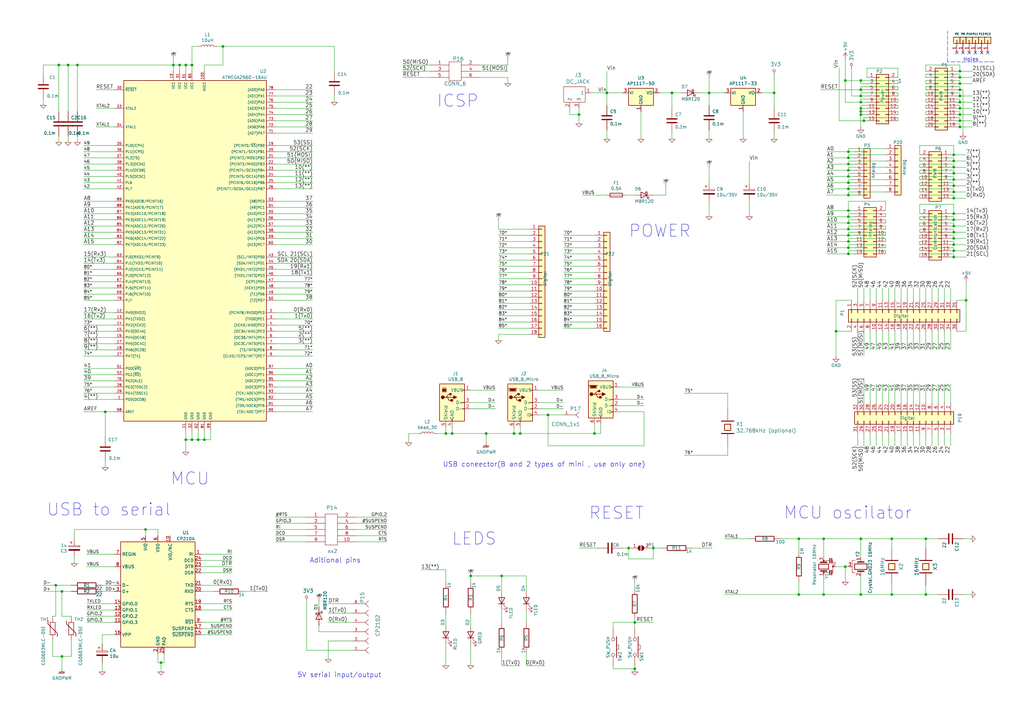
<source format=kicad_sch>
(kicad_sch (version 20200602) (host eeschema "5.99.0-unknown-6083c08~88~ubuntu18.04.1")
  (page 1 1)
  (paper "A3")
  (title_block (date "mar. 31 mars 2015"))
  (junction (at 22.86 240.03))
  (junction (at 24.13 26.67))
  (junction (at 25.4 242.57))
  (junction (at 25.4 269.24))
  (junction (at 27.94 26.67))
  (junction (at 31.75 26.67))
  (junction (at 43.18 168.91))
  (junction (at 59.69 217.17))
  (junction (at 66.04 271.78))
  (junction (at 71.12 26.67))
  (junction (at 73.66 26.67))
  (junction (at 76.2 26.67))
  (junction (at 76.2 180.34))
  (junction (at 78.74 26.67))
  (junction (at 78.74 180.34))
  (junction (at 81.28 180.34))
  (junction (at 83.82 180.34))
  (junction (at 91.44 19.05))
  (junction (at 182.88 177.8))
  (junction (at 185.42 177.8))
  (junction (at 193.04 236.22))
  (junction (at 199.39 177.8))
  (junction (at 205.74 236.22))
  (junction (at 210.82 177.8))
  (junction (at 213.36 177.8))
  (junction (at 224.79 170.18))
  (junction (at 237.49 46.99))
  (junction (at 243.84 177.8))
  (junction (at 248.92 38.1))
  (junction (at 257.81 224.79))
  (junction (at 260.35 255.27))
  (junction (at 260.35 274.32))
  (junction (at 267.97 224.79))
  (junction (at 275.59 38.1))
  (junction (at 290.83 38.1))
  (junction (at 317.5 38.1))
  (junction (at 327.66 220.98))
  (junction (at 327.66 243.84))
  (junction (at 337.82 220.98))
  (junction (at 337.82 243.84))
  (junction (at 342.9 135.89))
  (junction (at 346.71 33.02))
  (junction (at 346.71 232.41))
  (junction (at 347.98 62.23))
  (junction (at 347.98 64.77))
  (junction (at 347.98 67.31))
  (junction (at 347.98 69.85))
  (junction (at 347.98 72.39))
  (junction (at 347.98 74.93))
  (junction (at 347.98 77.47))
  (junction (at 347.98 80.01))
  (junction (at 347.98 86.36))
  (junction (at 347.98 88.9))
  (junction (at 347.98 91.44))
  (junction (at 347.98 93.98))
  (junction (at 347.98 96.52))
  (junction (at 347.98 99.06))
  (junction (at 347.98 101.6))
  (junction (at 347.98 104.14))
  (junction (at 353.06 33.02))
  (junction (at 353.06 36.83))
  (junction (at 353.06 39.37))
  (junction (at 353.06 41.91))
  (junction (at 353.06 44.45))
  (junction (at 353.06 45.72))
  (junction (at 353.06 46.99))
  (junction (at 353.06 220.98))
  (junction (at 353.06 243.84))
  (junction (at 354.33 49.53))
  (junction (at 365.76 220.98))
  (junction (at 365.76 243.84))
  (junction (at 379.73 220.98))
  (junction (at 379.73 243.84))
  (junction (at 391.16 63.5))
  (junction (at 391.16 66.04))
  (junction (at 391.16 68.58))
  (junction (at 391.16 71.12))
  (junction (at 391.16 73.66))
  (junction (at 391.16 76.2))
  (junction (at 391.16 78.74))
  (junction (at 391.16 81.28))
  (junction (at 391.16 87.63))
  (junction (at 391.16 90.17))
  (junction (at 391.16 92.71))
  (junction (at 391.16 95.25))
  (junction (at 391.16 97.79))
  (junction (at 391.16 100.33))
  (junction (at 391.16 102.87))
  (junction (at 391.16 105.41))
  (junction (at 393.7 29.21))
  (junction (at 393.7 31.75))
  (junction (at 393.7 34.29))
  (junction (at 393.7 36.83))
  (junction (at 393.7 39.37))
  (junction (at 393.7 41.91))
  (junction (at 393.7 44.45))
  (junction (at 393.7 46.99))
  (junction (at 393.7 49.53))
  (junction (at 393.7 52.07))
  (junction (at 396.24 123.19))
  (no_connect (at 392.43 21.59))
  (no_connect (at 397.51 21.59))
  (no_connect (at 400.05 21.59))
  (no_connect (at 394.97 21.59))
  (no_connect (at 405.13 21.59))
  (no_connect (at 402.59 21.59))
  (wire (pts (xy 17.78 26.67) (xy 17.78 30.48)))
  (wire (pts (xy 17.78 26.67) (xy 24.13 26.67)))
  (wire (pts (xy 17.78 40.64) (xy 17.78 43.18)))
  (wire (pts (xy 17.78 240.03) (xy 22.86 240.03)))
  (wire (pts (xy 21.59 252.73) (xy 22.86 252.73)))
  (wire (pts (xy 21.59 262.89) (xy 21.59 269.24)))
  (wire (pts (xy 21.59 269.24) (xy 25.4 269.24)))
  (wire (pts (xy 22.86 240.03) (xy 29.21 240.03)))
  (wire (pts (xy 22.86 252.73) (xy 22.86 240.03)))
  (wire (pts (xy 24.13 26.67) (xy 27.94 26.67)))
  (wire (pts (xy 24.13 45.72) (xy 24.13 26.67)))
  (wire (pts (xy 24.13 55.88) (xy 24.13 58.42)))
  (wire (pts (xy 25.4 242.57) (xy 17.78 242.57)))
  (wire (pts (xy 25.4 252.73) (xy 25.4 242.57)))
  (wire (pts (xy 25.4 269.24) (xy 29.21 269.24)))
  (wire (pts (xy 25.4 274.32) (xy 25.4 269.24)))
  (wire (pts (xy 27.94 26.67) (xy 27.94 45.72)))
  (wire (pts (xy 27.94 26.67) (xy 31.75 26.67)))
  (wire (pts (xy 27.94 55.88) (xy 27.94 58.42)))
  (wire (pts (xy 29.21 242.57) (xy 25.4 242.57)))
  (wire (pts (xy 29.21 252.73) (xy 25.4 252.73)))
  (wire (pts (xy 29.21 269.24) (xy 29.21 262.89)))
  (wire (pts (xy 30.48 217.17) (xy 30.48 220.98)))
  (wire (pts (xy 30.48 231.14) (xy 30.48 228.6)))
  (wire (pts (xy 31.75 26.67) (xy 71.12 26.67)))
  (wire (pts (xy 31.75 45.72) (xy 31.75 26.67)))
  (wire (pts (xy 31.75 55.88) (xy 31.75 58.42)))
  (wire (pts (xy 34.29 59.69) (xy 46.99 59.69)))
  (wire (pts (xy 34.29 62.23) (xy 46.99 62.23)))
  (wire (pts (xy 34.29 64.77) (xy 46.99 64.77)))
  (wire (pts (xy 34.29 67.31) (xy 46.99 67.31)))
  (wire (pts (xy 34.29 69.85) (xy 46.99 69.85)))
  (wire (pts (xy 34.29 72.39) (xy 46.99 72.39)))
  (wire (pts (xy 34.29 74.93) (xy 46.99 74.93)))
  (wire (pts (xy 34.29 77.47) (xy 46.99 77.47)))
  (wire (pts (xy 34.29 82.55) (xy 46.99 82.55)))
  (wire (pts (xy 34.29 85.09) (xy 46.99 85.09)))
  (wire (pts (xy 34.29 87.63) (xy 46.99 87.63)))
  (wire (pts (xy 34.29 90.17) (xy 46.99 90.17)))
  (wire (pts (xy 34.29 92.71) (xy 46.99 92.71)))
  (wire (pts (xy 34.29 95.25) (xy 46.99 95.25)))
  (wire (pts (xy 34.29 97.79) (xy 46.99 97.79)))
  (wire (pts (xy 34.29 100.33) (xy 46.99 100.33)))
  (wire (pts (xy 34.29 105.41) (xy 46.99 105.41)))
  (wire (pts (xy 34.29 107.95) (xy 46.99 107.95)))
  (wire (pts (xy 34.29 110.49) (xy 46.99 110.49)))
  (wire (pts (xy 34.29 113.03) (xy 46.99 113.03)))
  (wire (pts (xy 34.29 115.57) (xy 46.99 115.57)))
  (wire (pts (xy 34.29 118.11) (xy 46.99 118.11)))
  (wire (pts (xy 34.29 120.65) (xy 46.99 120.65)))
  (wire (pts (xy 34.29 123.19) (xy 46.99 123.19)))
  (wire (pts (xy 34.29 128.27) (xy 46.99 128.27)))
  (wire (pts (xy 34.29 130.81) (xy 46.99 130.81)))
  (wire (pts (xy 34.29 133.35) (xy 46.99 133.35)))
  (wire (pts (xy 34.29 135.89) (xy 46.99 135.89)))
  (wire (pts (xy 34.29 138.43) (xy 46.99 138.43)))
  (wire (pts (xy 34.29 140.97) (xy 46.99 140.97)))
  (wire (pts (xy 34.29 143.51) (xy 46.99 143.51)))
  (wire (pts (xy 34.29 146.05) (xy 46.99 146.05)))
  (wire (pts (xy 34.29 151.13) (xy 46.99 151.13)))
  (wire (pts (xy 34.29 153.67) (xy 46.99 153.67)))
  (wire (pts (xy 34.29 156.21) (xy 46.99 156.21)))
  (wire (pts (xy 34.29 158.75) (xy 46.99 158.75)))
  (wire (pts (xy 34.29 161.29) (xy 46.99 161.29)))
  (wire (pts (xy 34.29 163.83) (xy 46.99 163.83)))
  (wire (pts (xy 34.29 168.91) (xy 43.18 168.91)))
  (wire (pts (xy 35.56 255.27) (xy 46.99 255.27)))
  (wire (pts (xy 41.91 240.03) (xy 46.99 240.03)))
  (wire (pts (xy 41.91 260.35) (xy 41.91 264.16)))
  (wire (pts (xy 41.91 275.59) (xy 41.91 271.78)))
  (wire (pts (xy 43.18 168.91) (xy 46.99 168.91)))
  (wire (pts (xy 43.18 179.07) (xy 43.18 168.91)))
  (wire (pts (xy 43.18 189.23) (xy 43.18 191.77)))
  (wire (pts (xy 46.99 36.83) (xy 39.37 36.83)))
  (wire (pts (xy 46.99 44.45) (xy 39.37 44.45)))
  (wire (pts (xy 46.99 52.07) (xy 39.37 52.07)))
  (wire (pts (xy 46.99 227.33) (xy 35.56 227.33)))
  (wire (pts (xy 46.99 232.41) (xy 35.56 232.41)))
  (wire (pts (xy 46.99 242.57) (xy 41.91 242.57)))
  (wire (pts (xy 46.99 247.65) (xy 35.56 247.65)))
  (wire (pts (xy 46.99 250.19) (xy 35.56 250.19)))
  (wire (pts (xy 46.99 252.73) (xy 35.56 252.73)))
  (wire (pts (xy 46.99 260.35) (xy 41.91 260.35)))
  (wire (pts (xy 59.69 217.17) (xy 30.48 217.17)))
  (wire (pts (xy 59.69 217.17) (xy 59.69 219.71)))
  (wire (pts (xy 59.69 217.17) (xy 64.77 217.17)))
  (wire (pts (xy 64.77 219.71) (xy 64.77 217.17)))
  (wire (pts (xy 64.77 267.97) (xy 64.77 271.78)))
  (wire (pts (xy 64.77 271.78) (xy 66.04 271.78)))
  (wire (pts (xy 66.04 271.78) (xy 66.04 275.59)))
  (wire (pts (xy 66.04 271.78) (xy 67.31 271.78)))
  (wire (pts (xy 67.31 271.78) (xy 67.31 267.97)))
  (wire (pts (xy 71.12 24.13) (xy 71.12 26.67)))
  (wire (pts (xy 71.12 26.67) (xy 71.12 29.21)))
  (wire (pts (xy 73.66 26.67) (xy 71.12 26.67)))
  (wire (pts (xy 73.66 29.21) (xy 73.66 26.67)))
  (wire (pts (xy 76.2 26.67) (xy 73.66 26.67)))
  (wire (pts (xy 76.2 26.67) (xy 78.74 26.67)))
  (wire (pts (xy 76.2 29.21) (xy 76.2 26.67)))
  (wire (pts (xy 76.2 176.53) (xy 76.2 180.34)))
  (wire (pts (xy 76.2 180.34) (xy 76.2 185.42)))
  (wire (pts (xy 78.74 19.05) (xy 78.74 26.67)))
  (wire (pts (xy 78.74 26.67) (xy 78.74 29.21)))
  (wire (pts (xy 78.74 176.53) (xy 78.74 180.34)))
  (wire (pts (xy 78.74 180.34) (xy 76.2 180.34)))
  (wire (pts (xy 78.74 180.34) (xy 81.28 180.34)))
  (wire (pts (xy 81.28 19.05) (xy 78.74 19.05)))
  (wire (pts (xy 81.28 180.34) (xy 81.28 176.53)))
  (wire (pts (xy 81.28 180.34) (xy 83.82 180.34)))
  (wire (pts (xy 82.55 227.33) (xy 95.25 227.33)))
  (wire (pts (xy 82.55 229.87) (xy 95.25 229.87)))
  (wire (pts (xy 82.55 232.41) (xy 95.25 232.41)))
  (wire (pts (xy 82.55 234.95) (xy 95.25 234.95)))
  (wire (pts (xy 82.55 240.03) (xy 95.25 240.03)))
  (wire (pts (xy 82.55 247.65) (xy 95.25 247.65)))
  (wire (pts (xy 82.55 250.19) (xy 95.25 250.19)))
  (wire (pts (xy 82.55 255.27) (xy 95.25 255.27)))
  (wire (pts (xy 82.55 257.81) (xy 95.25 257.81)))
  (wire (pts (xy 82.55 260.35) (xy 95.25 260.35)))
  (wire (pts (xy 83.82 26.67) (xy 91.44 26.67)))
  (wire (pts (xy 83.82 29.21) (xy 83.82 26.67)))
  (wire (pts (xy 83.82 180.34) (xy 83.82 176.53)))
  (wire (pts (xy 83.82 180.34) (xy 86.36 180.34)))
  (wire (pts (xy 86.36 180.34) (xy 86.36 176.53)))
  (wire (pts (xy 87.63 242.57) (xy 82.55 242.57)))
  (wire (pts (xy 88.9 19.05) (xy 91.44 19.05)))
  (wire (pts (xy 91.44 26.67) (xy 91.44 19.05)))
  (wire (pts (xy 100.33 242.57) (xy 109.855 242.57)))
  (wire (pts (xy 113.03 36.83) (xy 128.27 36.83)))
  (wire (pts (xy 113.03 39.37) (xy 128.27 39.37)))
  (wire (pts (xy 113.03 41.91) (xy 128.27 41.91)))
  (wire (pts (xy 113.03 44.45) (xy 128.27 44.45)))
  (wire (pts (xy 113.03 46.99) (xy 128.27 46.99)))
  (wire (pts (xy 113.03 49.53) (xy 128.27 49.53)))
  (wire (pts (xy 113.03 52.07) (xy 128.27 52.07)))
  (wire (pts (xy 113.03 54.61) (xy 128.27 54.61)))
  (wire (pts (xy 113.03 59.69) (xy 128.27 59.69)))
  (wire (pts (xy 113.03 62.23) (xy 128.27 62.23)))
  (wire (pts (xy 113.03 64.77) (xy 128.27 64.77)))
  (wire (pts (xy 113.03 67.31) (xy 128.27 67.31)))
  (wire (pts (xy 113.03 69.85) (xy 128.27 69.85)))
  (wire (pts (xy 113.03 72.39) (xy 128.27 72.39)))
  (wire (pts (xy 113.03 74.93) (xy 128.27 74.93)))
  (wire (pts (xy 113.03 77.47) (xy 128.27 77.47)))
  (wire (pts (xy 113.03 82.55) (xy 128.27 82.55)))
  (wire (pts (xy 113.03 85.09) (xy 128.27 85.09)))
  (wire (pts (xy 113.03 87.63) (xy 128.27 87.63)))
  (wire (pts (xy 113.03 90.17) (xy 128.27 90.17)))
  (wire (pts (xy 113.03 92.71) (xy 128.27 92.71)))
  (wire (pts (xy 113.03 95.25) (xy 128.27 95.25)))
  (wire (pts (xy 113.03 97.79) (xy 128.27 97.79)))
  (wire (pts (xy 113.03 100.33) (xy 128.27 100.33)))
  (wire (pts (xy 113.03 105.41) (xy 128.27 105.41)))
  (wire (pts (xy 113.03 107.95) (xy 128.27 107.95)))
  (wire (pts (xy 113.03 110.49) (xy 128.27 110.49)))
  (wire (pts (xy 113.03 113.03) (xy 128.27 113.03)))
  (wire (pts (xy 113.03 115.57) (xy 128.27 115.57)))
  (wire (pts (xy 113.03 118.11) (xy 128.27 118.11)))
  (wire (pts (xy 113.03 120.65) (xy 128.27 120.65)))
  (wire (pts (xy 113.03 123.19) (xy 128.27 123.19)))
  (wire (pts (xy 113.03 128.27) (xy 128.27 128.27)))
  (wire (pts (xy 113.03 130.81) (xy 128.27 130.81)))
  (wire (pts (xy 113.03 133.35) (xy 128.27 133.35)))
  (wire (pts (xy 113.03 135.89) (xy 128.27 135.89)))
  (wire (pts (xy 113.03 138.43) (xy 128.27 138.43)))
  (wire (pts (xy 113.03 140.97) (xy 128.27 140.97)))
  (wire (pts (xy 113.03 143.51) (xy 128.27 143.51)))
  (wire (pts (xy 113.03 146.05) (xy 128.27 146.05)))
  (wire (pts (xy 113.03 151.13) (xy 128.27 151.13)))
  (wire (pts (xy 113.03 153.67) (xy 128.27 153.67)))
  (wire (pts (xy 113.03 156.21) (xy 128.27 156.21)))
  (wire (pts (xy 113.03 158.75) (xy 128.27 158.75)))
  (wire (pts (xy 113.03 161.29) (xy 128.27 161.29)))
  (wire (pts (xy 113.03 163.83) (xy 128.27 163.83)))
  (wire (pts (xy 113.03 166.37) (xy 128.27 166.37)))
  (wire (pts (xy 113.03 168.91) (xy 128.27 168.91)))
  (wire (pts (xy 113.03 214.63) (xy 125.73 214.63)))
  (wire (pts (xy 125.73 212.09) (xy 113.03 212.09)))
  (wire (pts (xy 125.73 217.17) (xy 113.03 217.17)))
  (wire (pts (xy 125.73 219.71) (xy 113.03 219.71)))
  (wire (pts (xy 125.73 222.25) (xy 113.03 222.25)))
  (wire (pts (xy 125.73 246.38) (xy 125.73 266.7)))
  (wire (pts (xy 125.73 266.7) (xy 144.78 266.7)))
  (wire (pts (xy 130.81 246.38) (xy 130.81 248.92)))
  (wire (pts (xy 130.81 256.54) (xy 130.81 259.08)))
  (wire (pts (xy 130.81 259.08) (xy 144.78 259.08)))
  (wire (pts (xy 134.62 262.89) (xy 134.62 270.51)))
  (wire (pts (xy 134.62 262.89) (xy 144.78 262.89)))
  (wire (pts (xy 137.16 19.05) (xy 91.44 19.05)))
  (wire (pts (xy 137.16 19.05) (xy 137.16 29.21)))
  (wire (pts (xy 137.16 39.37) (xy 137.16 41.91)))
  (wire (pts (xy 144.78 247.65) (xy 134.62 247.65)))
  (wire (pts (xy 144.78 251.46) (xy 134.62 251.46)))
  (wire (pts (xy 144.78 255.27) (xy 134.62 255.27)))
  (wire (pts (xy 146.05 212.09) (xy 158.75 212.09)))
  (wire (pts (xy 146.05 214.63) (xy 158.75 214.63)))
  (wire (pts (xy 146.05 217.17) (xy 158.75 217.17)))
  (wire (pts (xy 158.75 219.71) (xy 146.05 219.71)))
  (wire (pts (xy 158.75 222.25) (xy 146.05 222.25)))
  (wire (pts (xy 167.64 177.8) (xy 167.64 181.61)))
  (wire (pts (xy 171.45 177.8) (xy 167.64 177.8)))
  (wire (pts (xy 172.72 233.68) (xy 182.88 233.68)))
  (wire (pts (xy 176.53 26.67) (xy 165.1 26.67)))
  (wire (pts (xy 176.53 29.21) (xy 165.1 29.21)))
  (wire (pts (xy 176.53 31.75) (xy 165.1 31.75)))
  (wire (pts (xy 179.07 177.8) (xy 182.88 177.8)))
  (wire (pts (xy 182.88 175.26) (xy 182.88 177.8)))
  (wire (pts (xy 182.88 177.8) (xy 185.42 177.8)))
  (wire (pts (xy 182.88 238.76) (xy 182.88 233.68)))
  (wire (pts (xy 182.88 251.46) (xy 182.88 256.54)))
  (wire (pts (xy 182.88 264.16) (xy 182.88 273.05)))
  (wire (pts (xy 185.42 177.8) (xy 185.42 175.26)))
  (wire (pts (xy 185.42 177.8) (xy 199.39 177.8)))
  (wire (pts (xy 193.04 160.02) (xy 203.2 160.02)))
  (wire (pts (xy 193.04 165.1) (xy 203.2 165.1)))
  (wire (pts (xy 193.04 167.64) (xy 203.2 167.64)))
  (wire (pts (xy 193.04 236.22) (xy 193.04 238.76)))
  (wire (pts (xy 193.04 251.46) (xy 193.04 256.54)))
  (wire (pts (xy 193.04 264.16) (xy 193.04 273.05)))
  (wire (pts (xy 196.85 31.75) (xy 208.28 31.75)))
  (wire (pts (xy 199.39 177.8) (xy 210.82 177.8)))
  (wire (pts (xy 199.39 181.61) (xy 199.39 177.8)))
  (wire (pts (xy 204.47 90.17) (xy 204.47 93.98)))
  (wire (pts (xy 204.47 93.98) (xy 217.17 93.98)))
  (wire (pts (xy 204.47 106.68) (xy 217.17 106.68)))
  (wire (pts (xy 204.47 109.22) (xy 217.17 109.22)))
  (wire (pts (xy 204.47 111.76) (xy 217.17 111.76)))
  (wire (pts (xy 204.47 114.3) (xy 217.17 114.3)))
  (wire (pts (xy 204.47 116.84) (xy 217.17 116.84)))
  (wire (pts (xy 204.47 119.38) (xy 217.17 119.38)))
  (wire (pts (xy 204.47 124.46) (xy 217.17 124.46)))
  (wire (pts (xy 204.47 127) (xy 217.17 127)))
  (wire (pts (xy 204.47 137.16) (xy 217.17 137.16)))
  (wire (pts (xy 204.47 139.7) (xy 204.47 137.16)))
  (wire (pts (xy 205.74 236.22) (xy 193.04 236.22)))
  (wire (pts (xy 205.74 236.22) (xy 205.74 242.57)))
  (wire (pts (xy 205.74 255.27) (xy 205.74 250.19)))
  (wire (pts (xy 205.74 267.97) (xy 205.74 273.05)))
  (wire (pts (xy 205.74 273.05) (xy 213.36 273.05)))
  (wire (pts (xy 208.28 24.13) (xy 208.28 26.67)))
  (wire (pts (xy 208.28 26.67) (xy 196.85 26.67)))
  (wire (pts (xy 208.28 29.21) (xy 196.85 29.21)))
  (wire (pts (xy 208.28 31.75) (xy 208.28 34.29)))
  (wire (pts (xy 210.82 175.26) (xy 210.82 177.8)))
  (wire (pts (xy 210.82 177.8) (xy 213.36 177.8)))
  (wire (pts (xy 213.36 177.8) (xy 213.36 175.26)))
  (wire (pts (xy 213.36 177.8) (xy 243.84 177.8)))
  (wire (pts (xy 215.9 236.22) (xy 205.74 236.22)))
  (wire (pts (xy 215.9 242.57) (xy 215.9 236.22)))
  (wire (pts (xy 215.9 255.27) (xy 215.9 250.19)))
  (wire (pts (xy 215.9 267.97) (xy 215.9 273.05)))
  (wire (pts (xy 215.9 273.05) (xy 223.52 273.05)))
  (wire (pts (xy 217.17 96.52) (xy 204.47 96.52)))
  (wire (pts (xy 217.17 99.06) (xy 204.47 99.06)))
  (wire (pts (xy 217.17 101.6) (xy 204.47 101.6)))
  (wire (pts (xy 217.17 104.14) (xy 204.47 104.14)))
  (wire (pts (xy 217.17 121.92) (xy 204.47 121.92)))
  (wire (pts (xy 217.17 129.54) (xy 204.47 129.54)))
  (wire (pts (xy 217.17 132.08) (xy 204.47 132.08)))
  (wire (pts (xy 217.17 134.62) (xy 204.47 134.62)))
  (wire (pts (xy 220.98 160.02) (xy 231.14 160.02)))
  (wire (pts (xy 220.98 165.1) (xy 231.14 165.1)))
  (wire (pts (xy 220.98 167.64) (xy 231.14 167.64)))
  (wire (pts (xy 220.98 170.18) (xy 224.79 170.18)))
  (wire (pts (xy 224.79 170.18) (xy 231.14 170.18)))
  (wire (pts (xy 224.79 182.88) (xy 224.79 170.18)))
  (wire (pts (xy 231.14 106.68) (xy 243.84 106.68)))
  (wire (pts (xy 231.14 109.22) (xy 243.84 109.22)))
  (wire (pts (xy 231.14 111.76) (xy 243.84 111.76)))
  (wire (pts (xy 231.14 114.3) (xy 243.84 114.3)))
  (wire (pts (xy 231.14 116.84) (xy 243.84 116.84)))
  (wire (pts (xy 231.14 119.38) (xy 243.84 119.38)))
  (wire (pts (xy 231.14 124.46) (xy 243.84 124.46)))
  (wire (pts (xy 231.14 127) (xy 243.84 127)))
  (wire (pts (xy 233.68 44.45) (xy 233.68 46.99)))
  (wire (pts (xy 233.68 46.99) (xy 237.49 46.99)))
  (wire (pts (xy 237.49 46.99) (xy 237.49 44.45)))
  (wire (pts (xy 237.49 46.99) (xy 237.49 50.8)))
  (wire (pts (xy 242.57 38.1) (xy 248.92 38.1)))
  (wire (pts (xy 243.84 96.52) (xy 231.14 96.52)))
  (wire (pts (xy 243.84 99.06) (xy 231.14 99.06)))
  (wire (pts (xy 243.84 101.6) (xy 231.14 101.6)))
  (wire (pts (xy 243.84 104.14) (xy 231.14 104.14)))
  (wire (pts (xy 243.84 121.92) (xy 231.14 121.92)))
  (wire (pts (xy 243.84 129.54) (xy 231.14 129.54)))
  (wire (pts (xy 243.84 132.08) (xy 231.14 132.08)))
  (wire (pts (xy 243.84 134.62) (xy 231.14 134.62)))
  (wire (pts (xy 243.84 173.99) (xy 243.84 177.8)))
  (wire (pts (xy 243.84 177.8) (xy 246.38 177.8)))
  (wire (pts (xy 245.11 224.79) (xy 237.49 224.79)))
  (wire (pts (xy 246.38 173.99) (xy 246.38 177.8)))
  (wire (pts (xy 248.92 29.21) (xy 248.92 38.1)))
  (wire (pts (xy 248.92 38.1) (xy 248.92 43.18)))
  (wire (pts (xy 248.92 38.1) (xy 255.27 38.1)))
  (wire (pts (xy 248.92 53.34) (xy 248.92 57.15)))
  (wire (pts (xy 248.92 80.01) (xy 238.76 80.01)))
  (wire (pts (xy 251.46 255.27) (xy 260.35 255.27)))
  (wire (pts (xy 251.46 257.81) (xy 251.46 255.27)))
  (wire (pts (xy 251.46 273.05) (xy 251.46 274.32)))
  (wire (pts (xy 251.46 274.32) (xy 260.35 274.32)))
  (wire (pts (xy 254 158.75) (xy 264.16 158.75)))
  (wire (pts (xy 254 163.83) (xy 264.16 163.83)))
  (wire (pts (xy 254 166.37) (xy 264.16 166.37)))
  (wire (pts (xy 254 168.91) (xy 264.16 168.91)))
  (wire (pts (xy 255.27 224.79) (xy 257.81 224.79)))
  (wire (pts (xy 257.81 224.79) (xy 259.08 224.79)))
  (wire (pts (xy 257.81 229.235) (xy 257.81 224.79)))
  (wire (pts (xy 260.35 80.01) (xy 256.54 80.01)))
  (wire (pts (xy 260.35 238.76) (xy 260.35 241.3)))
  (wire (pts (xy 260.35 254) (xy 260.35 255.27)))
  (wire (pts (xy 260.35 255.27) (xy 260.35 257.81)))
  (wire (pts (xy 260.35 255.27) (xy 267.97 255.27)))
  (wire (pts (xy 260.35 274.32) (xy 260.35 273.05)))
  (wire (pts (xy 260.35 275.59) (xy 260.35 274.32)))
  (wire (pts (xy 262.89 45.72) (xy 262.89 57.15)))
  (wire (pts (xy 264.16 168.91) (xy 264.16 182.88)))
  (wire (pts (xy 264.16 182.88) (xy 224.79 182.88)))
  (wire (pts (xy 267.97 224.79) (xy 266.7 224.79)))
  (wire (pts (xy 267.97 224.79) (xy 267.97 229.235)))
  (wire (pts (xy 267.97 229.235) (xy 257.81 229.235)))
  (wire (pts (xy 270.51 38.1) (xy 275.59 38.1)))
  (wire (pts (xy 271.145 224.79) (xy 267.97 224.79)))
  (wire (pts (xy 273.05 76.2) (xy 273.05 80.01)))
  (wire (pts (xy 273.05 80.01) (xy 267.97 80.01)))
  (wire (pts (xy 275.59 38.1) (xy 275.59 44.45)))
  (wire (pts (xy 275.59 38.1) (xy 279.4 38.1)))
  (wire (pts (xy 275.59 54.61) (xy 275.59 57.15)))
  (wire (pts (xy 280.67 161.29) (xy 298.45 161.29)))
  (wire (pts (xy 280.67 186.69) (xy 298.45 186.69)))
  (wire (pts (xy 283.845 224.79) (xy 292.1 224.79)))
  (wire (pts (xy 287.02 38.1) (xy 290.83 38.1)))
  (wire (pts (xy 290.83 31.75) (xy 290.83 38.1)))
  (wire (pts (xy 290.83 38.1) (xy 290.83 43.18)))
  (wire (pts (xy 290.83 38.1) (xy 297.18 38.1)))
  (wire (pts (xy 290.83 53.34) (xy 290.83 57.15)))
  (wire (pts (xy 290.83 68.58) (xy 290.83 74.93)))
  (wire (pts (xy 290.83 82.55) (xy 290.83 88.9)))
  (wire (pts (xy 297.18 220.98) (xy 307.34 220.98)))
  (wire (pts (xy 297.18 243.84) (xy 327.66 243.84)))
  (wire (pts (xy 298.45 161.29) (xy 298.45 167.64)))
  (wire (pts (xy 298.45 182.88) (xy 298.45 186.69)))
  (wire (pts (xy 304.8 45.72) (xy 304.8 57.15)))
  (wire (pts (xy 307.34 66.04) (xy 307.34 74.93)))
  (wire (pts (xy 307.34 82.55) (xy 307.34 88.9)))
  (wire (pts (xy 312.42 38.1) (xy 317.5 38.1)))
  (wire (pts (xy 317.5 38.1) (xy 317.5 30.48)))
  (wire (pts (xy 317.5 38.1) (xy 317.5 44.45)))
  (wire (pts (xy 317.5 54.61) (xy 317.5 57.15)))
  (wire (pts (xy 320.04 220.98) (xy 327.66 220.98)))
  (wire (pts (xy 327.66 220.98) (xy 337.82 220.98)))
  (wire (pts (xy 327.66 226.06) (xy 327.66 220.98)))
  (wire (pts (xy 327.66 238.76) (xy 327.66 243.84)))
  (wire (pts (xy 327.66 243.84) (xy 337.82 243.84)))
  (wire (pts (xy 336.55 36.83) (xy 353.06 36.83)))
  (wire (pts (xy 337.82 220.98) (xy 353.06 220.98)))
  (wire (pts (xy 337.82 228.6) (xy 337.82 220.98)))
  (wire (pts (xy 337.82 236.22) (xy 337.82 243.84)))
  (wire (pts (xy 337.82 243.84) (xy 353.06 243.84)))
  (wire (pts (xy 339.09 64.77) (xy 347.98 64.77)))
  (wire (pts (xy 339.09 69.85) (xy 347.98 69.85)))
  (wire (pts (xy 339.09 74.93) (xy 347.98 74.93)))
  (wire (pts (xy 339.09 80.01) (xy 347.98 80.01)))
  (wire (pts (xy 339.09 88.9) (xy 347.98 88.9)))
  (wire (pts (xy 339.09 93.98) (xy 347.98 93.98)))
  (wire (pts (xy 339.09 99.06) (xy 347.98 99.06)))
  (wire (pts (xy 339.09 104.14) (xy 347.98 104.14)))
  (wire (pts (xy 342.9 123.19) (xy 342.9 135.89)))
  (wire (pts (xy 342.9 135.89) (xy 342.9 146.05)))
  (wire (pts (xy 342.9 232.41) (xy 346.71 232.41)))
  (wire (pts (xy 344.17 49.53) (xy 344.17 27.94)))
  (wire (pts (xy 346.71 24.13) (xy 346.71 33.02)))
  (wire (pts (xy 346.71 33.02) (xy 346.71 41.91)))
  (wire (pts (xy 346.71 41.91) (xy 353.06 41.91)))
  (wire (pts (xy 346.71 232.41) (xy 346.71 238.76)))
  (wire (pts (xy 347.98 60.96) (xy 347.98 62.23)))
  (wire (pts (xy 347.98 62.23) (xy 339.09 62.23)))
  (wire (pts (xy 347.98 63.5) (xy 363.22 63.5)))
  (wire (pts (xy 347.98 64.77) (xy 347.98 63.5)))
  (wire (pts (xy 347.98 64.77) (xy 350.52 64.77)))
  (wire (pts (xy 347.98 66.04) (xy 347.98 67.31)))
  (wire (pts (xy 347.98 67.31) (xy 339.09 67.31)))
  (wire (pts (xy 347.98 68.58) (xy 363.22 68.58)))
  (wire (pts (xy 347.98 69.85) (xy 347.98 68.58)))
  (wire (pts (xy 347.98 69.85) (xy 350.52 69.85)))
  (wire (pts (xy 347.98 71.12) (xy 347.98 72.39)))
  (wire (pts (xy 347.98 72.39) (xy 339.09 72.39)))
  (wire (pts (xy 347.98 73.66) (xy 363.22 73.66)))
  (wire (pts (xy 347.98 74.93) (xy 347.98 73.66)))
  (wire (pts (xy 347.98 74.93) (xy 350.52 74.93)))
  (wire (pts (xy 347.98 76.2) (xy 347.98 77.47)))
  (wire (pts (xy 347.98 77.47) (xy 339.09 77.47)))
  (wire (pts (xy 347.98 78.74) (xy 363.22 78.74)))
  (wire (pts (xy 347.98 80.01) (xy 347.98 78.74)))
  (wire (pts (xy 347.98 80.01) (xy 350.52 80.01)))
  (wire (pts (xy 347.98 82.55) (xy 347.98 86.36)))
  (wire (pts (xy 347.98 86.36) (xy 339.09 86.36)))
  (wire (pts (xy 347.98 87.63) (xy 363.22 87.63)))
  (wire (pts (xy 347.98 88.9) (xy 347.98 87.63)))
  (wire (pts (xy 347.98 88.9) (xy 350.52 88.9)))
  (wire (pts (xy 347.98 90.17) (xy 347.98 91.44)))
  (wire (pts (xy 347.98 91.44) (xy 339.09 91.44)))
  (wire (pts (xy 347.98 92.71) (xy 363.22 92.71)))
  (wire (pts (xy 347.98 93.98) (xy 347.98 92.71)))
  (wire (pts (xy 347.98 93.98) (xy 350.52 93.98)))
  (wire (pts (xy 347.98 95.25) (xy 347.98 96.52)))
  (wire (pts (xy 347.98 96.52) (xy 339.09 96.52)))
  (wire (pts (xy 347.98 97.79) (xy 347.98 99.06)))
  (wire (pts (xy 347.98 99.06) (xy 350.52 99.06)))
  (wire (pts (xy 347.98 100.33) (xy 363.22 100.33)))
  (wire (pts (xy 347.98 101.6) (xy 339.09 101.6)))
  (wire (pts (xy 347.98 101.6) (xy 347.98 100.33)))
  (wire (pts (xy 347.98 102.87) (xy 347.98 104.14)))
  (wire (pts (xy 347.98 104.14) (xy 350.52 104.14)))
  (wire (pts (xy 347.98 232.41) (xy 346.71 232.41)))
  (wire (pts (xy 349.25 27.94) (xy 349.25 39.37)))
  (wire (pts (xy 349.25 39.37) (xy 353.06 39.37)))
  (wire (pts (xy 349.25 123.19) (xy 342.9 123.19)))
  (wire (pts (xy 349.25 135.89) (xy 342.9 135.89)))
  (wire (pts (xy 350.52 62.23) (xy 347.98 62.23)))
  (wire (pts (xy 350.52 67.31) (xy 347.98 67.31)))
  (wire (pts (xy 350.52 72.39) (xy 347.98 72.39)))
  (wire (pts (xy 350.52 77.47) (xy 347.98 77.47)))
  (wire (pts (xy 350.52 86.36) (xy 347.98 86.36)))
  (wire (pts (xy 350.52 91.44) (xy 347.98 91.44)))
  (wire (pts (xy 350.52 96.52) (xy 347.98 96.52)))
  (wire (pts (xy 350.52 101.6) (xy 347.98 101.6)))
  (wire (pts (xy 351.79 123.19) (xy 351.79 118.11)))
  (wire (pts (xy 351.79 135.89) (xy 351.79 146.05)))
  (wire (pts (xy 351.79 165.1) (xy 351.79 154.94)))
  (wire (pts (xy 351.79 177.8) (xy 351.79 182.88)))
  (wire (pts (xy 353.06 33.02) (xy 346.71 33.02)))
  (wire (pts (xy 353.06 33.02) (xy 368.3 33.02)))
  (wire (pts (xy 353.06 34.29) (xy 353.06 33.02)))
  (wire (pts (xy 353.06 35.56) (xy 353.06 36.83)))
  (wire (pts (xy 353.06 36.83) (xy 355.6 36.83)))
  (wire (pts (xy 353.06 38.1) (xy 368.3 38.1)))
  (wire (pts (xy 353.06 39.37) (xy 353.06 38.1)))
  (wire (pts (xy 353.06 39.37) (xy 355.6 39.37)))
  (wire (pts (xy 353.06 40.64) (xy 353.06 41.91)))
  (wire (pts (xy 353.06 41.91) (xy 355.6 41.91)))
  (wire (pts (xy 353.06 43.18) (xy 353.06 44.45)))
  (wire (pts (xy 353.06 44.45) (xy 353.06 45.72)))
  (wire (pts (xy 353.06 45.72) (xy 353.06 46.99)))
  (wire (pts (xy 353.06 45.72) (xy 368.3 45.72)))
  (wire (pts (xy 353.06 46.99) (xy 353.06 52.07)))
  (wire (pts (xy 353.06 46.99) (xy 355.6 46.99)))
  (wire (pts (xy 353.06 220.98) (xy 353.06 228.6)))
  (wire (pts (xy 353.06 220.98) (xy 365.76 220.98)))
  (wire (pts (xy 353.06 236.22) (xy 353.06 243.84)))
  (wire (pts (xy 353.06 243.84) (xy 365.76 243.84)))
  (wire (pts (xy 354.33 48.26) (xy 354.33 49.53)))
  (wire (pts (xy 354.33 49.53) (xy 344.17 49.53)))
  (wire (pts (xy 354.33 123.19) (xy 354.33 118.11)))
  (wire (pts (xy 354.33 135.89) (xy 354.33 146.05)))
  (wire (pts (xy 354.33 165.1) (xy 354.33 154.94)))
  (wire (pts (xy 354.33 177.8) (xy 354.33 182.88)))
  (wire (pts (xy 355.6 27.94) (xy 355.6 31.75)))
  (wire (pts (xy 355.6 34.29) (xy 353.06 34.29)))
  (wire (pts (xy 355.6 44.45) (xy 353.06 44.45)))
  (wire (pts (xy 355.6 49.53) (xy 354.33 49.53)))
  (wire (pts (xy 356.87 123.19) (xy 356.87 118.11)))
  (wire (pts (xy 356.87 135.89) (xy 356.87 143.51)))
  (wire (pts (xy 356.87 165.1) (xy 356.87 157.48)))
  (wire (pts (xy 356.87 177.8) (xy 356.87 182.88)))
  (wire (pts (xy 359.41 123.19) (xy 359.41 118.11)))
  (wire (pts (xy 359.41 135.89) (xy 359.41 143.51)))
  (wire (pts (xy 359.41 165.1) (xy 359.41 157.48)))
  (wire (pts (xy 359.41 177.8) (xy 359.41 182.88)))
  (wire (pts (xy 361.95 123.19) (xy 361.95 118.11)))
  (wire (pts (xy 361.95 135.89) (xy 361.95 143.51)))
  (wire (pts (xy 361.95 165.1) (xy 361.95 157.48)))
  (wire (pts (xy 361.95 177.8) (xy 361.95 182.88)))
  (wire (pts (xy 363.22 60.96) (xy 347.98 60.96)))
  (wire (pts (xy 363.22 66.04) (xy 347.98 66.04)))
  (wire (pts (xy 363.22 71.12) (xy 347.98 71.12)))
  (wire (pts (xy 363.22 76.2) (xy 347.98 76.2)))
  (wire (pts (xy 363.22 82.55) (xy 347.98 82.55)))
  (wire (pts (xy 363.22 86.36) (xy 363.22 82.55)))
  (wire (pts (xy 363.22 87.63) (xy 363.22 88.9)))
  (wire (pts (xy 363.22 90.17) (xy 347.98 90.17)))
  (wire (pts (xy 363.22 91.44) (xy 363.22 90.17)))
  (wire (pts (xy 363.22 92.71) (xy 363.22 93.98)))
  (wire (pts (xy 363.22 95.25) (xy 347.98 95.25)))
  (wire (pts (xy 363.22 96.52) (xy 363.22 95.25)))
  (wire (pts (xy 363.22 97.79) (xy 347.98 97.79)))
  (wire (pts (xy 363.22 99.06) (xy 363.22 97.79)))
  (wire (pts (xy 363.22 100.33) (xy 363.22 101.6)))
  (wire (pts (xy 363.22 102.87) (xy 347.98 102.87)))
  (wire (pts (xy 363.22 102.87) (xy 363.22 104.14)))
  (wire (pts (xy 364.49 123.19) (xy 364.49 118.11)))
  (wire (pts (xy 364.49 135.89) (xy 364.49 143.51)))
  (wire (pts (xy 364.49 165.1) (xy 364.49 157.48)))
  (wire (pts (xy 364.49 177.8) (xy 364.49 182.88)))
  (wire (pts (xy 365.76 220.98) (xy 379.73 220.98)))
  (wire (pts (xy 365.76 224.79) (xy 365.76 220.98)))
  (wire (pts (xy 365.76 240.03) (xy 365.76 243.84)))
  (wire (pts (xy 365.76 243.84) (xy 379.73 243.84)))
  (wire (pts (xy 367.03 123.19) (xy 367.03 118.11)))
  (wire (pts (xy 367.03 135.89) (xy 367.03 143.51)))
  (wire (pts (xy 367.03 165.1) (xy 367.03 157.48)))
  (wire (pts (xy 367.03 177.8) (xy 367.03 182.88)))
  (wire (pts (xy 368.3 27.94) (xy 355.6 27.94)))
  (wire (pts (xy 368.3 31.75) (xy 368.3 27.94)))
  (wire (pts (xy 368.3 33.02) (xy 368.3 34.29)))
  (wire (pts (xy 368.3 35.56) (xy 353.06 35.56)))
  (wire (pts (xy 368.3 36.83) (xy 368.3 35.56)))
  (wire (pts (xy 368.3 38.1) (xy 368.3 39.37)))
  (wire (pts (xy 368.3 40.64) (xy 353.06 40.64)))
  (wire (pts (xy 368.3 41.91) (xy 368.3 40.64)))
  (wire (pts (xy 368.3 43.18) (xy 353.06 43.18)))
  (wire (pts (xy 368.3 44.45) (xy 368.3 43.18)))
  (wire (pts (xy 368.3 45.72) (xy 368.3 46.99)))
  (wire (pts (xy 368.3 48.26) (xy 354.33 48.26)))
  (wire (pts (xy 368.3 49.53) (xy 368.3 48.26)))
  (wire (pts (xy 369.57 123.19) (xy 369.57 118.11)))
  (wire (pts (xy 369.57 135.89) (xy 369.57 143.51)))
  (wire (pts (xy 369.57 165.1) (xy 369.57 157.48)))
  (wire (pts (xy 369.57 177.8) (xy 369.57 182.88)))
  (wire (pts (xy 372.11 123.19) (xy 372.11 118.11)))
  (wire (pts (xy 372.11 135.89) (xy 372.11 143.51)))
  (wire (pts (xy 372.11 165.1) (xy 372.11 157.48)))
  (wire (pts (xy 372.11 177.8) (xy 372.11 182.88)))
  (wire (pts (xy 374.65 123.19) (xy 374.65 118.11)))
  (wire (pts (xy 374.65 135.89) (xy 374.65 143.51)))
  (wire (pts (xy 374.65 165.1) (xy 374.65 157.48)))
  (wire (pts (xy 374.65 177.8) (xy 374.65 182.88)))
  (wire (pts (xy 377.19 59.69) (xy 391.16 59.69)))
  (wire (pts (xy 377.19 63.5) (xy 377.19 59.69)))
  (wire (pts (xy 377.19 64.77) (xy 377.19 66.04)))
  (wire (pts (xy 377.19 67.31) (xy 391.16 67.31)))
  (wire (pts (xy 377.19 68.58) (xy 377.19 67.31)))
  (wire (pts (xy 377.19 69.85) (xy 377.19 71.12)))
  (wire (pts (xy 377.19 72.39) (xy 391.16 72.39)))
  (wire (pts (xy 377.19 73.66) (xy 377.19 72.39)))
  (wire (pts (xy 377.19 74.93) (xy 377.19 76.2)))
  (wire (pts (xy 377.19 77.47) (xy 391.16 77.47)))
  (wire (pts (xy 377.19 78.74) (xy 377.19 77.47)))
  (wire (pts (xy 377.19 80.01) (xy 377.19 81.28)))
  (wire (pts (xy 377.19 83.82) (xy 391.16 83.82)))
  (wire (pts (xy 377.19 87.63) (xy 377.19 83.82)))
  (wire (pts (xy 377.19 88.9) (xy 377.19 90.17)))
  (wire (pts (xy 377.19 91.44) (xy 391.16 91.44)))
  (wire (pts (xy 377.19 92.71) (xy 377.19 91.44)))
  (wire (pts (xy 377.19 93.98) (xy 377.19 95.25)))
  (wire (pts (xy 377.19 96.52) (xy 391.16 96.52)))
  (wire (pts (xy 377.19 97.79) (xy 377.19 96.52)))
  (wire (pts (xy 377.19 99.06) (xy 377.19 100.33)))
  (wire (pts (xy 377.19 101.6) (xy 377.19 102.87)))
  (wire (pts (xy 377.19 104.14) (xy 391.16 104.14)))
  (wire (pts (xy 377.19 105.41) (xy 377.19 104.14)))
  (wire (pts (xy 377.19 123.19) (xy 377.19 118.11)))
  (wire (pts (xy 377.19 135.89) (xy 377.19 143.51)))
  (wire (pts (xy 377.19 165.1) (xy 377.19 157.48)))
  (wire (pts (xy 377.19 177.8) (xy 377.19 182.88)))
  (wire (pts (xy 379.73 26.67) (xy 393.7 26.67)))
  (wire (pts (xy 379.73 29.21) (xy 379.73 26.67)))
  (wire (pts (xy 379.73 30.48) (xy 379.73 31.75)))
  (wire (pts (xy 379.73 33.02) (xy 393.7 33.02)))
  (wire (pts (xy 379.73 34.29) (xy 379.73 33.02)))
  (wire (pts (xy 379.73 35.56) (xy 379.73 36.83)))
  (wire (pts (xy 379.73 38.1) (xy 393.7 38.1)))
  (wire (pts (xy 379.73 39.37) (xy 379.73 38.1)))
  (wire (pts (xy 379.73 40.64) (xy 379.73 41.91)))
  (wire (pts (xy 379.73 43.18) (xy 393.7 43.18)))
  (wire (pts (xy 379.73 44.45) (xy 379.73 43.18)))
  (wire (pts (xy 379.73 45.72) (xy 379.73 46.99)))
  (wire (pts (xy 379.73 48.26) (xy 393.7 48.26)))
  (wire (pts (xy 379.73 49.53) (xy 379.73 48.26)))
  (wire (pts (xy 379.73 50.8) (xy 379.73 52.07)))
  (wire (pts (xy 379.73 123.19) (xy 379.73 118.11)))
  (wire (pts (xy 379.73 135.89) (xy 379.73 143.51)))
  (wire (pts (xy 379.73 165.1) (xy 379.73 157.48)))
  (wire (pts (xy 379.73 177.8) (xy 379.73 182.88)))
  (wire (pts (xy 379.73 220.98) (xy 384.81 220.98)))
  (wire (pts (xy 379.73 224.79) (xy 379.73 220.98)))
  (wire (pts (xy 379.73 240.03) (xy 379.73 243.84)))
  (wire (pts (xy 379.73 243.84) (xy 384.81 243.84)))
  (wire (pts (xy 382.27 123.19) (xy 382.27 118.11)))
  (wire (pts (xy 382.27 135.89) (xy 382.27 143.51)))
  (wire (pts (xy 382.27 165.1) (xy 382.27 157.48)))
  (wire (pts (xy 382.27 177.8) (xy 382.27 182.88)))
  (wire (pts (xy 384.81 123.19) (xy 384.81 118.11)))
  (wire (pts (xy 384.81 135.89) (xy 384.81 143.51)))
  (wire (pts (xy 384.81 165.1) (xy 384.81 157.48)))
  (wire (pts (xy 384.81 177.8) (xy 384.81 182.88)))
  (wire (pts (xy 387.35 123.19) (xy 387.35 118.11)))
  (wire (pts (xy 387.35 135.89) (xy 387.35 143.51)))
  (wire (pts (xy 387.35 165.1) (xy 387.35 157.48)))
  (wire (pts (xy 387.35 177.8) (xy 387.35 182.88)))
  (wire (pts (xy 389.89 66.04) (xy 391.16 66.04)))
  (wire (pts (xy 389.89 71.12) (xy 391.16 71.12)))
  (wire (pts (xy 389.89 76.2) (xy 391.16 76.2)))
  (wire (pts (xy 389.89 81.28) (xy 391.16 81.28)))
  (wire (pts (xy 389.89 90.17) (xy 391.16 90.17)))
  (wire (pts (xy 389.89 95.25) (xy 391.16 95.25)))
  (wire (pts (xy 389.89 100.33) (xy 391.16 100.33)))
  (wire (pts (xy 389.89 105.41) (xy 391.16 105.41)))
  (wire (pts (xy 389.89 123.19) (xy 389.89 118.11)))
  (wire (pts (xy 389.89 135.89) (xy 389.89 143.51)))
  (wire (pts (xy 389.89 165.1) (xy 389.89 157.48)))
  (wire (pts (xy 389.89 177.8) (xy 389.89 182.88)))
  (wire (pts (xy 391.16 59.69) (xy 391.16 63.5)))
  (wire (pts (xy 391.16 63.5) (xy 389.89 63.5)))
  (wire (pts (xy 391.16 64.77) (xy 377.19 64.77)))
  (wire (pts (xy 391.16 66.04) (xy 391.16 64.77)))
  (wire (pts (xy 391.16 66.04) (xy 396.24 66.04)))
  (wire (pts (xy 391.16 67.31) (xy 391.16 68.58)))
  (wire (pts (xy 391.16 68.58) (xy 389.89 68.58)))
  (wire (pts (xy 391.16 69.85) (xy 377.19 69.85)))
  (wire (pts (xy 391.16 71.12) (xy 391.16 69.85)))
  (wire (pts (xy 391.16 71.12) (xy 396.24 71.12)))
  (wire (pts (xy 391.16 72.39) (xy 391.16 73.66)))
  (wire (pts (xy 391.16 73.66) (xy 389.89 73.66)))
  (wire (pts (xy 391.16 74.93) (xy 377.19 74.93)))
  (wire (pts (xy 391.16 76.2) (xy 391.16 74.93)))
  (wire (pts (xy 391.16 76.2) (xy 396.24 76.2)))
  (wire (pts (xy 391.16 77.47) (xy 391.16 78.74)))
  (wire (pts (xy 391.16 78.74) (xy 389.89 78.74)))
  (wire (pts (xy 391.16 80.01) (xy 377.19 80.01)))
  (wire (pts (xy 391.16 81.28) (xy 391.16 80.01)))
  (wire (pts (xy 391.16 81.28) (xy 396.24 81.28)))
  (wire (pts (xy 391.16 83.82) (xy 391.16 87.63)))
  (wire (pts (xy 391.16 87.63) (xy 389.89 87.63)))
  (wire (pts (xy 391.16 88.9) (xy 377.19 88.9)))
  (wire (pts (xy 391.16 90.17) (xy 391.16 88.9)))
  (wire (pts (xy 391.16 90.17) (xy 396.24 90.17)))
  (wire (pts (xy 391.16 91.44) (xy 391.16 92.71)))
  (wire (pts (xy 391.16 92.71) (xy 389.89 92.71)))
  (wire (pts (xy 391.16 93.98) (xy 377.19 93.98)))
  (wire (pts (xy 391.16 95.25) (xy 391.16 93.98)))
  (wire (pts (xy 391.16 95.25) (xy 396.24 95.25)))
  (wire (pts (xy 391.16 96.52) (xy 391.16 97.79)))
  (wire (pts (xy 391.16 97.79) (xy 389.89 97.79)))
  (wire (pts (xy 391.16 99.06) (xy 377.19 99.06)))
  (wire (pts (xy 391.16 100.33) (xy 391.16 99.06)))
  (wire (pts (xy 391.16 100.33) (xy 396.24 100.33)))
  (wire (pts (xy 391.16 101.6) (xy 377.19 101.6)))
  (wire (pts (xy 391.16 102.87) (xy 389.89 102.87)))
  (wire (pts (xy 391.16 102.87) (xy 391.16 101.6)))
  (wire (pts (xy 391.16 104.14) (xy 391.16 105.41)))
  (wire (pts (xy 391.16 105.41) (xy 396.24 105.41)))
  (wire (pts (xy 392.43 29.21) (xy 393.7 29.21)))
  (wire (pts (xy 392.43 34.29) (xy 393.7 34.29)))
  (wire (pts (xy 392.43 39.37) (xy 393.7 39.37)))
  (wire (pts (xy 392.43 44.45) (xy 393.7 44.45)))
  (wire (pts (xy 392.43 46.99) (xy 393.7 46.99)))
  (wire (pts (xy 392.43 52.07) (xy 393.7 52.07)))
  (wire (pts (xy 393.7 26.67) (xy 393.7 29.21)))
  (wire (pts (xy 393.7 29.21) (xy 398.78 29.21)))
  (wire (pts (xy 393.7 30.48) (xy 379.73 30.48)))
  (wire (pts (xy 393.7 31.75) (xy 392.43 31.75)))
  (wire (pts (xy 393.7 31.75) (xy 393.7 30.48)))
  (wire (pts (xy 393.7 33.02) (xy 393.7 34.29)))
  (wire (pts (xy 393.7 34.29) (xy 398.78 34.29)))
  (wire (pts (xy 393.7 35.56) (xy 379.73 35.56)))
  (wire (pts (xy 393.7 36.83) (xy 392.43 36.83)))
  (wire (pts (xy 393.7 36.83) (xy 393.7 35.56)))
  (wire (pts (xy 393.7 38.1) (xy 393.7 39.37)))
  (wire (pts (xy 393.7 39.37) (xy 398.78 39.37)))
  (wire (pts (xy 393.7 40.64) (xy 379.73 40.64)))
  (wire (pts (xy 393.7 41.91) (xy 392.43 41.91)))
  (wire (pts (xy 393.7 41.91) (xy 393.7 40.64)))
  (wire (pts (xy 393.7 43.18) (xy 393.7 44.45)))
  (wire (pts (xy 393.7 44.45) (xy 398.78 44.45)))
  (wire (pts (xy 393.7 45.72) (xy 379.73 45.72)))
  (wire (pts (xy 393.7 45.72) (xy 393.7 46.99)))
  (wire (pts (xy 393.7 46.99) (xy 398.78 46.99)))
  (wire (pts (xy 393.7 48.26) (xy 393.7 49.53)))
  (wire (pts (xy 393.7 49.53) (xy 392.43 49.53)))
  (wire (pts (xy 393.7 50.8) (xy 379.73 50.8)))
  (wire (pts (xy 393.7 52.07) (xy 393.7 50.8)))
  (wire (pts (xy 393.7 52.07) (xy 398.78 52.07)))
  (wire (pts (xy 394.97 36.83) (xy 393.7 36.83)))
  (wire (pts (xy 394.97 54.61) (xy 394.97 36.83)))
  (wire (pts (xy 396.24 63.5) (xy 391.16 63.5)))
  (wire (pts (xy 396.24 68.58) (xy 391.16 68.58)))
  (wire (pts (xy 396.24 73.66) (xy 391.16 73.66)))
  (wire (pts (xy 396.24 78.74) (xy 391.16 78.74)))
  (wire (pts (xy 396.24 87.63) (xy 391.16 87.63)))
  (wire (pts (xy 396.24 92.71) (xy 391.16 92.71)))
  (wire (pts (xy 396.24 97.79) (xy 391.16 97.79)))
  (wire (pts (xy 396.24 102.87) (xy 391.16 102.87)))
  (wire (pts (xy 396.24 115.57) (xy 396.24 123.19)))
  (wire (pts (xy 396.24 123.19) (xy 392.43 123.19)))
  (wire (pts (xy 396.24 123.19) (xy 396.24 135.89)))
  (wire (pts (xy 396.24 135.89) (xy 392.43 135.89)))
  (wire (pts (xy 398.78 31.75) (xy 393.7 31.75)))
  (wire (pts (xy 398.78 41.91) (xy 393.7 41.91)))
  (wire (pts (xy 398.78 49.53) (xy 393.7 49.53)))
  (wire (pts (xy 398.78 220.98) (xy 394.97 220.98)))
  (wire (pts (xy 398.78 243.84) (xy 394.97 243.84)))
  (polyline (pts (xy 388.62 25.4) (xy 388.62 12.7)) (stroke (width 0) (type dash)))
  (polyline (pts (xy 407.67 25.4) (xy 388.62 25.4)) (stroke (width 0) (type dash)))
  (text "USB to serial" (at 19.05 212.09 0) (effects (font (size 5.0038 5.0038)) (justify left bottom)))
  (text "MCU" (at 69.85 199.39 0) (effects (font (size 5.0038 5.0038)) (justify left bottom)))
  (text "5V serial input/output" (at 121.92 278.13 0) (effects (font (size 2.0066 2.0066)) (justify left bottom)))
  (text "Aditional pins" (at 127 231.14 0) (effects (font (size 2.0066 2.0066)) (justify left bottom)))
  (text "ICSP" (at 179.07 44.45 0) (effects (font (size 5.0038 5.0038)) (justify left bottom)))
  (text "USB coneector(B and 2 types of mini , use only one)" (at 181.61 191.77 0) (effects (font (size 2.0066 2.0066)) (justify left bottom)))
  (text "LEDS" (at 203.708 224.028 180) (effects (font (size 5 5)) (justify right bottom)))
  (text "POWER" (at 257.81 97.79 0) (effects (font (size 5.0038 5.0038)) (justify left bottom)))
  (text "RESET" (at 264.287 213.487 180) (effects (font (size 5 5)) (justify right bottom)))
  (text "MCU oscilator" (at 321.31 213.36 0) (effects (font (size 5.0038 5.0038)) (justify left bottom)))
  (text "1" (at 368.3 34.29 0) (effects (font (size 1.524 1.524)) (justify left bottom)))
  (text "Holes" (at 394.97 25.4 0) (effects (font (size 1.524 1.524)) (justify left bottom)))
  (label "D-" (at 17.78 240.03 0))
  (label "D+" (at 17.78 242.57 0))
  (label "49" (at 34.29 59.69 0))
  (label "48" (at 34.29 62.23 0))
  (label "47" (at 34.29 64.77 0))
  (label "46" (at 34.29 67.31 0))
  (label "45" (at 34.29 69.85 0))
  (label "44" (at 34.29 72.39 0))
  (label "43" (at 34.29 74.93 0))
  (label "42" (at 34.29 77.47 0))
  (label "A8" (at 34.29 82.55 0) (effects (font (size 1.524 1.524))))
  (label "A9" (at 34.29 85.09 0) (effects (font (size 1.524 1.524))))
  (label "A10" (at 34.29 87.63 0) (effects (font (size 1.524 1.524))))
  (label "A11" (at 34.29 90.17 0) (effects (font (size 1.524 1.524))))
  (label "A12" (at 34.29 92.71 0) (effects (font (size 1.524 1.524))))
  (label "A13" (at 34.29 95.25 0) (effects (font (size 1.524 1.524))))
  (label "A14" (at 34.29 97.79 0) (effects (font (size 1.524 1.524))))
  (label "A15" (at 34.29 100.33 0) (effects (font (size 1.524 1.524))))
  (label "15(Rx3)" (at 34.29 105.41 0) (effects (font (size 1.524 1.524))))
  (label "14(Tx3)" (at 34.29 107.95 0) (effects (font (size 1.524 1.524))))
  (label "80*" (at 34.29 110.49 0))
  (label "81*" (at 34.29 113.03 0))
  (label "82*" (at 34.29 115.57 0))
  (label "83*" (at 34.29 118.11 0))
  (label "84*" (at 34.29 120.65 0))
  (label "85*" (at 34.29 123.19 0))
  (label "17(Rx2)" (at 34.29 128.27 0) (effects (font (size 1.524 1.524))))
  (label "16(Tx2)" (at 34.29 130.81 0) (effects (font (size 1.524 1.524))))
  (label "73*" (at 34.29 133.35 0))
  (label "6(**)" (at 34.29 135.89 0) (effects (font (size 1.524 1.524))))
  (label "7(**)" (at 34.29 138.43 0) (effects (font (size 1.524 1.524))))
  (label "8(**)" (at 34.29 140.97 0) (effects (font (size 1.524 1.524))))
  (label "9(**)" (at 34.29 143.51 0) (effects (font (size 1.524 1.524))))
  (label "74*" (at 34.29 146.05 0))
  (label "41" (at 34.29 151.13 0) (effects (font (size 1.524 1.524))))
  (label "40" (at 34.29 153.67 0) (effects (font (size 1.524 1.524))))
  (label "39" (at 34.29 156.21 0) (effects (font (size 1.524 1.524))))
  (label "75*" (at 34.29 158.75 0))
  (label "76*" (at 34.29 161.29 0))
  (label "4(**)" (at 34.29 163.83 0) (effects (font (size 1.524 1.524))))
  (label "AREF" (at 34.29 168.91 0) (effects (font (size 1.524 1.524))))
  (label "VBUS" (at 35.56 227.33 0))
  (label "VBUS" (at 35.56 232.41 0))
  (label "TXLED" (at 35.56 247.65 0))
  (label "RXLED" (at 35.56 250.19 0))
  (label "GPIO.2" (at 35.56 252.73 0))
  (label "GPIO.3" (at 35.56 255.27 0))
  (label "RESET" (at 39.37 36.83 0) (effects (font (size 1.524 1.524))))
  (label "XTAL2" (at 39.37 44.45 0))
  (label "XTAL1" (at 39.37 52.07 0))
  (label "DD-" (at 43.18 240.03 0))
  (label "DD+" (at 43.18 242.57 0))
  (label "RI" (at 95.25 227.33 180))
  (label "DCD" (at 95.25 229.87 180))
  (label "DTR" (at 95.25 232.41 180) (effects (font (size 1.524 1.524))))
  (label "DSR" (at 95.25 234.95 180))
  (label "0(Rx0)" (at 95.25 240.03 180) (effects (font (size 1.524 1.524))))
  (label "RTS" (at 95.25 247.65 180))
  (label "CTS" (at 95.25 250.19 180))
  (label "#RTS" (at 95.25 255.27 180))
  (label "SUSPEND" (at 95.25 257.81 180))
  (label "#SUSPEND" (at 95.25 260.35 180))
  (label "1(Tx0)" (at 109.855 242.57 180) (effects (font (size 1.524 1.524))))
  (label "#RTS" (at 113.03 212.09 0))
  (label "GPIO.3" (at 113.03 214.63 0))
  (label "RI" (at 113.03 217.17 0))
  (label "DCD" (at 113.03 219.71 0))
  (label "DSR" (at 113.03 222.25 0))
  (label "SCL" (at 118.11 105.41 180) (effects (font (size 1.524 1.524))))
  (label "SDA" (at 118.11 107.95 180) (effects (font (size 1.524 1.524))))
  (label "22" (at 128.27 36.83 180) (effects (font (size 1.524 1.524))))
  (label "23" (at 128.27 39.37 180) (effects (font (size 1.524 1.524))))
  (label "24" (at 128.27 41.91 180) (effects (font (size 1.524 1.524))))
  (label "25" (at 128.27 44.45 180) (effects (font (size 1.524 1.524))))
  (label "26" (at 128.27 46.99 180) (effects (font (size 1.524 1.524))))
  (label "27" (at 128.27 49.53 180) (effects (font (size 1.524 1.524))))
  (label "28" (at 128.27 52.07 180) (effects (font (size 1.524 1.524))))
  (label "29" (at 128.27 54.61 180) (effects (font (size 1.524 1.524))))
  (label "53(SS)" (at 128.27 59.69 180) (effects (font (size 1.524 1.524))))
  (label "52(SCK)" (at 128.27 62.23 180) (effects (font (size 1.524 1.524))))
  (label "51(MOSI)" (at 128.27 64.77 180) (effects (font (size 1.524 1.524))))
  (label "50(MISO)" (at 128.27 67.31 180) (effects (font (size 1.524 1.524))))
  (label "10(**)" (at 128.27 69.85 180) (effects (font (size 1.524 1.524))))
  (label "11(**)" (at 128.27 72.39 180) (effects (font (size 1.524 1.524))))
  (label "12(**)" (at 128.27 74.93 180) (effects (font (size 1.524 1.524))))
  (label "13(**)" (at 128.27 77.47 180) (effects (font (size 1.524 1.524))))
  (label "37" (at 128.27 82.55 180) (effects (font (size 1.524 1.524))))
  (label "36" (at 128.27 85.09 180) (effects (font (size 1.524 1.524))))
  (label "35" (at 128.27 87.63 180) (effects (font (size 1.524 1.524))))
  (label "34" (at 128.27 90.17 180) (effects (font (size 1.524 1.524))))
  (label "33" (at 128.27 92.71 180) (effects (font (size 1.524 1.524))))
  (label "32" (at 128.27 95.25 180) (effects (font (size 1.524 1.524))))
  (label "31" (at 128.27 97.79 180) (effects (font (size 1.524 1.524))))
  (label "30" (at 128.27 100.33 180) (effects (font (size 1.524 1.524))))
  (label "21(SCL)" (at 128.27 105.41 180) (effects (font (size 1.524 1.524))))
  (label "20(SDA)" (at 128.27 107.95 180) (effects (font (size 1.524 1.524))))
  (label "19(Rx1)" (at 128.27 110.49 180) (effects (font (size 1.524 1.524))))
  (label "18(Tx1)" (at 128.27 113.03 180) (effects (font (size 1.524 1.524))))
  (label "77*" (at 128.27 115.57 180))
  (label "78*" (at 128.27 118.11 180))
  (label "79*" (at 128.27 120.65 180))
  (label "38" (at 128.27 123.19 180) (effects (font (size 1.524 1.524))))
  (label "0(Rx0)" (at 128.27 128.27 180) (effects (font (size 1.524 1.524))))
  (label "1(Tx0)" (at 128.27 130.81 180) (effects (font (size 1.524 1.524))))
  (label "70*" (at 128.27 133.35 180))
  (label "5(**)" (at 128.27 135.89 180) (effects (font (size 1.524 1.524))))
  (label "2(**)" (at 128.27 138.43 180) (effects (font (size 1.524 1.524))))
  (label "3(**)" (at 128.27 140.97 180) (effects (font (size 1.524 1.524))))
  (label "71*" (at 128.27 143.51 180))
  (label "72*" (at 128.27 146.05 180))
  (label "A0" (at 128.27 151.13 180) (effects (font (size 1.524 1.524))))
  (label "A1" (at 128.27 153.67 180) (effects (font (size 1.524 1.524))))
  (label "A2" (at 128.27 156.21 180) (effects (font (size 1.524 1.524))))
  (label "A3" (at 128.27 158.75 180) (effects (font (size 1.524 1.524))))
  (label "A4" (at 128.27 161.29 180) (effects (font (size 1.524 1.524))))
  (label "A5" (at 128.27 163.83 180) (effects (font (size 1.524 1.524))))
  (label "A6" (at 128.27 166.37 180) (effects (font (size 1.524 1.524))))
  (label "A7" (at 128.27 168.91 180) (effects (font (size 1.524 1.524))))
  (label "DTR" (at 134.62 247.65 0) (effects (font (size 1.524 1.524))))
  (label "1(Tx0)" (at 134.62 251.46 0) (effects (font (size 1.524 1.524))))
  (label "0(Rx0)" (at 134.62 255.27 0) (effects (font (size 1.524 1.524))))
  (label "GPIO.2" (at 158.75 212.09 180))
  (label "#SUSPEND" (at 158.75 214.63 180))
  (label "SUSPEND" (at 158.75 217.17 180))
  (label "CTS" (at 158.75 219.71 180))
  (label "RTS" (at 158.75 222.25 180))
  (label "50(MISO)" (at 165.1 26.67 0) (effects (font (size 1.524 1.524))))
  (label "52(SCK)" (at 165.1 29.21 0) (effects (font (size 1.524 1.524))))
  (label "RESET" (at 165.1 31.75 0) (effects (font (size 1.524 1.524))))
  (label "13(**)" (at 172.72 233.68 0) (effects (font (size 1.524 1.524))))
  (label "VBUS" (at 203.2 160.02 180))
  (label "D+" (at 203.2 165.1 180))
  (label "D-" (at 203.2 167.64 180))
  (label "70*" (at 204.47 96.52 0))
  (label "71*" (at 204.47 99.06 0))
  (label "72*" (at 204.47 101.6 0))
  (label "73*" (at 204.47 104.14 0))
  (label "74*" (at 204.47 106.68 0))
  (label "75*" (at 204.47 109.22 0))
  (label "76*" (at 204.47 111.76 0))
  (label "77*" (at 204.47 114.3 0))
  (label "78*" (at 204.47 116.84 0))
  (label "79*" (at 204.47 119.38 0))
  (label "80*" (at 204.47 121.92 0))
  (label "81*" (at 204.47 124.46 0))
  (label "82*" (at 204.47 127 0))
  (label "83*" (at 204.47 129.54 0))
  (label "84*" (at 204.47 132.08 0))
  (label "85*" (at 204.47 134.62 0))
  (label "51(MOSI)" (at 208.28 29.21 180) (effects (font (size 1.524 1.524))))
  (label "1(Tx0)" (at 213.36 273.05 180) (effects (font (size 1.524 1.524))))
  (label "0(Rx0)" (at 223.52 273.05 180) (effects (font (size 1.524 1.524))))
  (label "70*" (at 231.14 96.52 0))
  (label "71*" (at 231.14 99.06 0))
  (label "72*" (at 231.14 101.6 0))
  (label "73*" (at 231.14 104.14 0))
  (label "74*" (at 231.14 106.68 0))
  (label "75*" (at 231.14 109.22 0))
  (label "76*" (at 231.14 111.76 0))
  (label "77*" (at 231.14 114.3 0))
  (label "78*" (at 231.14 116.84 0))
  (label "79*" (at 231.14 119.38 0))
  (label "80*" (at 231.14 121.92 0))
  (label "81*" (at 231.14 124.46 0))
  (label "82*" (at 231.14 127 0))
  (label "83*" (at 231.14 129.54 0))
  (label "84*" (at 231.14 132.08 0))
  (label "85*" (at 231.14 134.62 0))
  (label "VBUS" (at 231.14 160.02 180))
  (label "D+" (at 231.14 165.1 180))
  (label "D-" (at 231.14 167.64 180))
  (label "RESET" (at 237.49 224.79 0) (effects (font (size 1.524 1.524))))
  (label "VBUS" (at 238.76 80.01 0))
  (label "Vin" (at 248.92 29.21 0) (effects (font (size 1.524 1.524))))
  (label "Vin" (at 248.92 38.1 180) (effects (font (size 1.524 1.524))))
  (label "VBUS" (at 264.16 158.75 180))
  (label "D+" (at 264.16 163.83 180))
  (label "D-" (at 264.16 166.37 180))
  (label "RESET" (at 267.97 255.27 180) (effects (font (size 1.524 1.524))))
  (label "75*" (at 280.67 161.29 0))
  (label "76*" (at 280.67 186.69 0))
  (label "DTR" (at 292.1 224.79 180) (effects (font (size 1.524 1.524))))
  (label "XTAL1" (at 297.18 220.98 0))
  (label "XTAL2" (at 297.18 243.84 0))
  (label "Vin" (at 307.34 66.04 0) (effects (font (size 1.524 1.524))))
  (label "RESET" (at 336.55 36.83 0) (effects (font (size 1.524 1.524))))
  (label "A0" (at 339.09 62.23 0) (effects (font (size 1.524 1.524))))
  (label "A1" (at 339.09 64.77 0) (effects (font (size 1.524 1.524))))
  (label "A2" (at 339.09 67.31 0) (effects (font (size 1.524 1.524))))
  (label "A3" (at 339.09 69.85 0) (effects (font (size 1.524 1.524))))
  (label "A4" (at 339.09 72.39 0) (effects (font (size 1.524 1.524))))
  (label "A5" (at 339.09 74.93 0) (effects (font (size 1.524 1.524))))
  (label "A6" (at 339.09 77.47 0) (effects (font (size 1.524 1.524))))
  (label "A7" (at 339.09 80.01 0) (effects (font (size 1.524 1.524))))
  (label "A8" (at 339.09 86.36 0) (effects (font (size 1.524 1.524))))
  (label "A9" (at 339.09 88.9 0) (effects (font (size 1.524 1.524))))
  (label "A10" (at 339.09 91.44 0) (effects (font (size 1.524 1.524))))
  (label "A11" (at 339.09 93.98 0) (effects (font (size 1.524 1.524))))
  (label "A12" (at 339.09 96.52 0) (effects (font (size 1.524 1.524))))
  (label "A13" (at 339.09 99.06 0) (effects (font (size 1.524 1.524))))
  (label "A14" (at 339.09 101.6 0) (effects (font (size 1.524 1.524))))
  (label "A15" (at 339.09 104.14 0) (effects (font (size 1.524 1.524))))
  (label "Vin" (at 344.17 27.94 90) (effects (font (size 1.524 1.524))))
  (label "52(SCK)" (at 351.79 118.11 90) (effects (font (size 1.524 1.524))))
  (label "53(SS)" (at 351.79 146.05 90) (effects (font (size 1.524 1.524))))
  (label "53(SS)" (at 351.79 154.94 270) (effects (font (size 1.524 1.524))))
  (label "52(SCK)" (at 351.79 182.88 270) (effects (font (size 1.524 1.524))))
  (label "50(MISO)" (at 354.33 118.11 90) (effects (font (size 1.524 1.524))))
  (label "51(MOSI)" (at 354.33 146.05 90) (effects (font (size 1.524 1.524))))
  (label "51(MOSI)" (at 354.33 154.94 270) (effects (font (size 1.524 1.524))))
  (label "50(MISO)" (at 354.33 182.88 270) (effects (font (size 1.524 1.524))))
  (label "48" (at 356.87 118.11 90) (effects (font (size 1.524 1.524))))
  (label "49" (at 356.87 143.51 90) (effects (font (size 1.524 1.524))))
  (label "49" (at 356.87 157.48 270) (effects (font (size 1.524 1.524))))
  (label "48" (at 356.87 182.88 270) (effects (font (size 1.524 1.524))))
  (label "46" (at 359.41 118.11 90) (effects (font (size 1.524 1.524))))
  (label "47" (at 359.41 143.51 90) (effects (font (size 1.524 1.524))))
  (label "47" (at 359.41 157.48 270) (effects (font (size 1.524 1.524))))
  (label "46" (at 359.41 182.88 270) (effects (font (size 1.524 1.524))))
  (label "44" (at 361.95 118.11 90) (effects (font (size 1.524 1.524))))
  (label "45" (at 361.95 143.51 90) (effects (font (size 1.524 1.524))))
  (label "45" (at 361.95 157.48 270) (effects (font (size 1.524 1.524))))
  (label "44" (at 361.95 182.88 270) (effects (font (size 1.524 1.524))))
  (label "42" (at 364.49 118.11 90) (effects (font (size 1.524 1.524))))
  (label "43" (at 364.49 143.51 90) (effects (font (size 1.524 1.524))))
  (label "43" (at 364.49 157.48 270) (effects (font (size 1.524 1.524))))
  (label "42" (at 364.49 182.88 270) (effects (font (size 1.524 1.524))))
  (label "40" (at 367.03 118.11 90) (effects (font (size 1.524 1.524))))
  (label "41" (at 367.03 143.51 90) (effects (font (size 1.524 1.524))))
  (label "41" (at 367.03 157.48 270) (effects (font (size 1.524 1.524))))
  (label "40" (at 367.03 182.88 270) (effects (font (size 1.524 1.524))))
  (label "38" (at 369.57 118.11 90) (effects (font (size 1.524 1.524))))
  (label "39" (at 369.57 143.51 90) (effects (font (size 1.524 1.524))))
  (label "39" (at 369.57 157.48 270) (effects (font (size 1.524 1.524))))
  (label "38" (at 369.57 182.88 270) (effects (font (size 1.524 1.524))))
  (label "36" (at 372.11 118.11 90) (effects (font (size 1.524 1.524))))
  (label "37" (at 372.11 143.51 90) (effects (font (size 1.524 1.524))))
  (label "37" (at 372.11 157.48 270) (effects (font (size 1.524 1.524))))
  (label "36" (at 372.11 182.88 270) (effects (font (size 1.524 1.524))))
  (label "34" (at 374.65 118.11 90) (effects (font (size 1.524 1.524))))
  (label "35" (at 374.65 143.51 90) (effects (font (size 1.524 1.524))))
  (label "35" (at 374.65 157.48 270) (effects (font (size 1.524 1.524))))
  (label "34" (at 374.65 182.88 270) (effects (font (size 1.524 1.524))))
  (label "32" (at 377.19 118.11 90) (effects (font (size 1.524 1.524))))
  (label "33" (at 377.19 143.51 90) (effects (font (size 1.524 1.524))))
  (label "33" (at 377.19 157.48 270) (effects (font (size 1.524 1.524))))
  (label "32" (at 377.19 182.88 270) (effects (font (size 1.524 1.524))))
  (label "30" (at 379.73 118.11 90) (effects (font (size 1.524 1.524))))
  (label "31" (at 379.73 143.51 90) (effects (font (size 1.524 1.524))))
  (label "31" (at 379.73 157.48 270) (effects (font (size 1.524 1.524))))
  (label "30" (at 379.73 182.88 270) (effects (font (size 1.524 1.524))))
  (label "28" (at 382.27 118.11 90) (effects (font (size 1.524 1.524))))
  (label "29" (at 382.27 143.51 90) (effects (font (size 1.524 1.524))))
  (label "29" (at 382.27 157.48 270) (effects (font (size 1.524 1.524))))
  (label "28" (at 382.27 182.88 270) (effects (font (size 1.524 1.524))))
  (label "26" (at 384.81 118.11 90) (effects (font (size 1.524 1.524))))
  (label "27" (at 384.81 143.51 90) (effects (font (size 1.524 1.524))))
  (label "27" (at 384.81 157.48 270) (effects (font (size 1.524 1.524))))
  (label "26" (at 384.81 182.88 270) (effects (font (size 1.524 1.524))))
  (label "24" (at 387.35 118.11 90) (effects (font (size 1.524 1.524))))
  (label "25" (at 387.35 143.51 90) (effects (font (size 1.524 1.524))))
  (label "25" (at 387.35 157.48 270) (effects (font (size 1.524 1.524))))
  (label "24" (at 387.35 182.88 270) (effects (font (size 1.524 1.524))))
  (label "22" (at 389.89 118.11 90) (effects (font (size 1.524 1.524))))
  (label "23" (at 389.89 143.51 90) (effects (font (size 1.524 1.524))))
  (label "23" (at 389.89 157.48 270) (effects (font (size 1.524 1.524))))
  (label "22" (at 389.89 182.88 270) (effects (font (size 1.524 1.524))))
  (label "7(**)" (at 396.24 63.5 0) (effects (font (size 1.524 1.524))))
  (label "6(**)" (at 396.24 66.04 0) (effects (font (size 1.524 1.524))))
  (label "5(**)" (at 396.24 68.58 0) (effects (font (size 1.524 1.524))))
  (label "4(**)" (at 396.24 71.12 0) (effects (font (size 1.524 1.524))))
  (label "3(**)" (at 396.24 73.66 0) (effects (font (size 1.524 1.524))))
  (label "2(**)" (at 396.24 76.2 0) (effects (font (size 1.524 1.524))))
  (label "1(Tx0)" (at 396.24 78.74 0) (effects (font (size 1.524 1.524))))
  (label "0(Rx0)" (at 396.24 81.28 0) (effects (font (size 1.524 1.524))))
  (label "14(Tx3)" (at 396.24 87.63 0) (effects (font (size 1.524 1.524))))
  (label "15(Rx3)" (at 396.24 90.17 0) (effects (font (size 1.524 1.524))))
  (label "16(Tx2)" (at 396.24 92.71 0) (effects (font (size 1.524 1.524))))
  (label "17(Rx2)" (at 396.24 95.25 0) (effects (font (size 1.524 1.524))))
  (label "18(Tx1)" (at 396.24 97.79 0) (effects (font (size 1.524 1.524))))
  (label "19(Rx1)" (at 396.24 100.33 0) (effects (font (size 1.524 1.524))))
  (label "20(SDA)" (at 396.24 102.87 0) (effects (font (size 1.524 1.524))))
  (label "21(SCL)" (at 396.24 105.41 0) (effects (font (size 1.524 1.524))))
  (label "21(SCL)" (at 398.78 29.21 0) (effects (font (size 1.524 1.524))))
  (label "20(SDA)" (at 398.78 31.75 0) (effects (font (size 1.524 1.524))))
  (label "AREF" (at 398.78 34.29 0) (effects (font (size 1.524 1.524))))
  (label "13(**)" (at 398.78 39.37 0) (effects (font (size 1.524 1.524))))
  (label "12(**)" (at 398.78 41.91 0) (effects (font (size 1.524 1.524))))
  (label "11(**)" (at 398.78 44.45 0) (effects (font (size 1.524 1.524))))
  (label "10(**)" (at 398.78 46.99 0) (effects (font (size 1.524 1.524))))
  (label "9(**)" (at 398.78 49.53 0) (effects (font (size 1.524 1.524))))
  (label "8(**)" (at 398.78 52.07 0) (effects (font (size 1.524 1.524))))
  (symbol (lib_id "arduino_mega_all_pins-rescue:GND-RESCUE-arduino_atmega88-arduino_atmega88-rescue-arduino_atmega328PB-rescue-arduino_unoPB-rescue") (at 17.78 43.18 0) (unit 1)
    (property "Reference" "#PWR07" (effects hide))
    (property "Value" "GND" (effects hide))
  )
  (symbol (lib_id "arduino_mega_all_pins-rescue:GND-RESCUE-arduino_atmega88-arduino_atmega88-rescue-arduino_atmega328PB-rescue-arduino_unoPB-rescue") (at 24.13 58.42 0) (unit 1)
    (property "Reference" "#PWR0104" (effects hide))
    (property "Value" "GND" (effects hide))
  )
  (symbol (lib_id "arduino_mega_all_pins-rescue:GND-RESCUE-arduino_atmega88-arduino_atmega88-rescue-arduino_atmega328PB-rescue-arduino_unoPB-rescue") (at 27.94 58.42 0) (unit 1)
    (property "Reference" "#PWR09" (effects hide))
    (property "Value" "GND" (effects hide))
  )
  (symbol (lib_id "arduino_mega_all_pins-rescue:GND-RESCUE-arduino_atmega88-arduino_atmega88-rescue-arduino_atmega328PB-rescue-arduino_unoPB-rescue") (at 30.48 231.14 0) (unit 1)
    (property "Reference" "#PWR010" (effects hide))
    (property "Value" "GND" (effects hide))
  )
  (symbol (lib_id "arduino_mega_all_pins-rescue:GND-RESCUE-arduino_atmega88-arduino_atmega88-rescue-arduino_atmega328PB-rescue-arduino_unoPB-rescue") (at 31.75 58.42 0) (unit 1)
    (property "Reference" "#PWR0105" (effects hide))
    (property "Value" "GND" (effects hide))
  )
  (symbol (lib_id "arduino_mega_all_pins-rescue:GND-RESCUE-arduino_atmega88-arduino_atmega88-rescue-arduino_atmega328PB-rescue-arduino_unoPB-rescue") (at 41.91 275.59 0) (unit 1)
    (property "Reference" "#PWR011" (effects hide))
    (property "Value" "GND" (effects hide))
  )
  (symbol (lib_id "arduino_mega_all_pins-rescue:GND-RESCUE-arduino_atmega88-arduino_atmega88-rescue-arduino_atmega328PB-rescue-arduino_unoPB-rescue") (at 43.18 191.77 0) (unit 1)
    (property "Reference" "#PWR0106" (effects hide))
    (property "Value" "GND" (effects hide))
  )
  (symbol (lib_id "arduino_mega_all_pins-rescue:GND-RESCUE-arduino_atmega88-arduino_atmega88-rescue-arduino_atmega328PB-rescue-arduino_unoPB-rescue") (at 66.04 275.59 0) (unit 1)
    (property "Reference" "#PWR012" (effects hide))
    (property "Value" "GND" (effects hide))
  )
  (symbol (lib_id "arduino_mega_all_pins-rescue:GND-RESCUE-arduino_atmega88-arduino_atmega88-rescue-arduino_atmega328PB-rescue-arduino_unoPB-rescue") (at 76.2 185.42 0) (unit 1)
    (property "Reference" "#PWR014" (effects hide))
    (property "Value" "GND" (effects hide))
  )
  (symbol (lib_id "arduino_mega_all_pins-rescue:GND-RESCUE-arduino_atmega88-arduino_atmega88-rescue-arduino_atmega328PB-rescue-arduino_unoPB-rescue") (at 134.62 270.51 0) (unit 1)
    (property "Reference" "#PWR017" (effects hide))
    (property "Value" "GND" (effects hide))
  )
  (symbol (lib_id "arduino_mega_all_pins-rescue:GND-RESCUE-arduino_atmega88-arduino_atmega88-rescue-arduino_atmega328PB-rescue-arduino_unoPB-rescue") (at 137.16 41.91 0) (unit 1)
    (property "Reference" "#PWR01" (effects hide))
    (property "Value" "GND" (effects hide))
  )
  (symbol (lib_id "arduino_mega_all_pins-rescue:GND-RESCUE-arduino_atmega88-arduino_atmega88-rescue-arduino_atmega328PB-rescue-arduino_unoPB-rescue") (at 167.64 181.61 0) (unit 1)
    (property "Reference" "#PWR018" (effects hide))
    (property "Value" "GND" (effects hide))
  )
  (symbol (lib_id "arduino_mega_all_pins-rescue:GND-RESCUE-arduino_atmega88-arduino_atmega88-rescue-arduino_atmega328PB-rescue-arduino_unoPB-rescue") (at 182.88 273.05 0) (unit 1)
    (property "Reference" "#PWR021" (effects hide))
    (property "Value" "GND" (effects hide))
  )
  (symbol (lib_id "arduino_mega_all_pins-rescue:GND-RESCUE-arduino_atmega88-arduino_atmega88-rescue-arduino_atmega328PB-rescue-arduino_unoPB-rescue") (at 193.04 273.05 0) (unit 1)
    (property "Reference" "#PWR020" (effects hide))
    (property "Value" "GND" (effects hide))
  )
  (symbol (lib_id "arduino_mega_all_pins-rescue:GND-RESCUE-arduino_atmega88-arduino_atmega88-rescue-arduino_atmega328PB-rescue-arduino_unoPB-rescue") (at 204.47 139.7 0) (unit 1)
    (property "Reference" "#PWR0103" (effects hide))
    (property "Value" "GND" (effects hide))
  )
  (symbol (lib_id "arduino_mega_all_pins-rescue:GND-RESCUE-arduino_atmega88-arduino_atmega88-rescue-arduino_atmega328PB-rescue-arduino_unoPB-rescue") (at 208.28 34.29 0) (unit 1)
    (property "Reference" "#PWR025" (effects hide))
    (property "Value" "GND" (effects hide))
  )
  (symbol (lib_id "arduino_mega_all_pins-rescue:GND-RESCUE-arduino_atmega88-arduino_atmega88-rescue-arduino_atmega328PB-rescue-arduino_unoPB-rescue") (at 237.49 50.8 0) (unit 1)
    (property "Reference" "#PWR027" (effects hide))
    (property "Value" "GND" (effects hide))
  )
  (symbol (lib_id "arduino_mega_all_pins-rescue:GND-RESCUE-arduino_atmega88-arduino_atmega88-rescue-arduino_atmega328PB-rescue-arduino_unoPB-rescue") (at 248.92 57.15 0) (unit 1)
    (property "Reference" "#PWR028" (effects hide))
    (property "Value" "GND" (effects hide))
  )
  (symbol (lib_id "arduino_mega_all_pins-rescue:GND-RESCUE-arduino_atmega88-arduino_atmega88-rescue-arduino_atmega328PB-rescue-arduino_unoPB-rescue") (at 260.35 275.59 0) (unit 1)
    (property "Reference" "#PWR030" (effects hide))
    (property "Value" "GND" (effects hide))
  )
  (symbol (lib_id "arduino_mega_all_pins-rescue:GND-RESCUE-arduino_atmega88-arduino_atmega88-rescue-arduino_atmega328PB-rescue-arduino_unoPB-rescue") (at 262.89 57.15 0) (unit 1)
    (property "Reference" "#PWR031" (effects hide))
    (property "Value" "GND" (effects hide))
  )
  (symbol (lib_id "arduino_mega_all_pins-rescue:GND-RESCUE-arduino_atmega88-arduino_atmega88-rescue-arduino_atmega328PB-rescue-arduino_unoPB-rescue") (at 275.59 57.15 0) (unit 1)
    (property "Reference" "#PWR033" (effects hide))
    (property "Value" "GND" (effects hide))
  )
  (symbol (lib_id "arduino_mega_all_pins-rescue:GND-RESCUE-arduino_atmega88-arduino_atmega88-rescue-arduino_atmega328PB-rescue-arduino_unoPB-rescue") (at 290.83 57.15 0) (unit 1)
    (property "Reference" "#PWR035" (effects hide))
    (property "Value" "GND" (effects hide))
  )
  (symbol (lib_id "arduino_mega_all_pins-rescue:GND-RESCUE-arduino_atmega88-arduino_atmega88-rescue-arduino_atmega328PB-rescue-arduino_unoPB-rescue") (at 290.83 88.9 0) (unit 1)
    (property "Reference" "#PWR037" (effects hide))
    (property "Value" "GND" (effects hide))
  )
  (symbol (lib_id "arduino_mega_all_pins-rescue:GND-RESCUE-arduino_atmega88-arduino_atmega88-rescue-arduino_atmega328PB-rescue-arduino_unoPB-rescue") (at 304.8 57.15 0) (unit 1)
    (property "Reference" "#PWR038" (effects hide))
    (property "Value" "GND" (effects hide))
  )
  (symbol (lib_id "arduino_mega_all_pins-rescue:GND-RESCUE-arduino_atmega88-arduino_atmega88-rescue-arduino_atmega328PB-rescue-arduino_unoPB-rescue") (at 307.34 88.9 0) (unit 1)
    (property "Reference" "#PWR039" (effects hide))
    (property "Value" "GND" (effects hide))
  )
  (symbol (lib_id "arduino_mega_all_pins-rescue:GND-RESCUE-arduino_atmega88-arduino_atmega88-rescue-arduino_atmega328PB-rescue-arduino_unoPB-rescue") (at 317.5 57.15 0) (unit 1)
    (property "Reference" "#PWR041" (effects hide))
    (property "Value" "GND" (effects hide))
  )
  (symbol (lib_id "arduino_mega_all_pins-rescue:GND-RESCUE-arduino_atmega88-arduino_atmega88-rescue-arduino_atmega328PB-rescue-arduino_unoPB-rescue") (at 346.71 238.76 0) (unit 1)
    (property "Reference" "#PWR042" (effects hide))
    (property "Value" "GND" (effects hide))
  )
  (symbol (lib_id "arduino_mega_all_pins-rescue:GND-RESCUE-arduino_atmega88-arduino_atmega88-rescue-arduino_atmega328PB-rescue-arduino_unoPB-rescue") (at 398.78 220.98 90) (unit 1)
    (property "Reference" "#PWR043" (effects hide))
    (property "Value" "GND" (effects hide))
  )
  (symbol (lib_id "arduino_mega_all_pins-rescue:GND-RESCUE-arduino_atmega88-arduino_atmega88-rescue-arduino_atmega328PB-rescue-arduino_unoPB-rescue") (at 398.78 243.84 90) (unit 1)
    (property "Reference" "#PWR044" (effects hide))
    (property "Value" "GND" (effects hide))
  )
  (symbol (lib_id "arduino_mega_all_pins-rescue:3V3-pwr") (at 125.73 246.38 0) (unit 1)
    (property "Reference" "#PWR015" (effects hide))
    (property "Value" "3V3" (at 126.365 242.2906 0) (effects (font (size 1.524 1.524))))
  )
  (symbol (lib_id "arduino_mega_all_pins-rescue:3V3-pwr") (at 317.5 30.48 0) (unit 1)
    (property "Reference" "#PWR040" (effects hide))
    (property "Value" "3V3" (at 318.135 26.3906 0) (effects (font (size 1.524 1.524))))
  )
  (symbol (lib_id "arduino_mega_all_pins-rescue:3V3-pwr") (at 349.25 27.94 0) (unit 1)
    (property "Reference" "#PWR0101" (effects hide))
    (property "Value" "3V3" (at 349.25 22.86 90) (effects (font (size 1.524 1.524))))
  )
  (symbol (lib_id "arduino_mega_all_pins-rescue:+5V-power1-arduino_atmega328PB-rescue-arduino_unoPB-rescue") (at 71.12 24.13 0) (unit 1)
    (property "Reference" "#PWR013" (effects hide))
    (property "Value" "+5V" (at 71.12 21.844 0) (effects (font (size 0.762 0.762))))
  )
  (symbol (lib_id "arduino_mega_all_pins-rescue:+5V-power1-arduino_atmega328PB-rescue-arduino_unoPB-rescue") (at 130.81 246.38 0) (unit 1)
    (property "Reference" "#PWR016" (effects hide))
    (property "Value" "+5V" (at 130.81 244.094 0) (effects (font (size 0.762 0.762))))
  )
  (symbol (lib_id "arduino_mega_all_pins-rescue:+5V-power1-arduino_atmega328PB-rescue-arduino_unoPB-rescue") (at 193.04 236.22 0) (unit 1)
    (property "Reference" "#PWR019" (effects hide))
    (property "Value" "+5V" (at 193.04 233.934 0) (effects (font (size 0.762 0.762))))
  )
  (symbol (lib_id "arduino_mega_all_pins-rescue:+5V-power1-arduino_atmega328PB-rescue-arduino_unoPB-rescue") (at 204.47 90.17 0) (unit 1)
    (property "Reference" "#PWR0102" (effects hide))
    (property "Value" "+5V" (at 204.47 87.884 0) (effects (font (size 0.762 0.762))))
  )
  (symbol (lib_id "arduino_mega_all_pins-rescue:+5V-power1-arduino_atmega328PB-rescue-arduino_unoPB-rescue") (at 208.28 24.13 0) (unit 1)
    (property "Reference" "#PWR024" (effects hide))
    (property "Value" "+5V" (at 208.28 21.844 0) (effects (font (size 0.762 0.762))))
  )
  (symbol (lib_id "arduino_mega_all_pins-rescue:+5V-power1-arduino_atmega328PB-rescue-arduino_unoPB-rescue") (at 260.35 238.76 0) (unit 1)
    (property "Reference" "#PWR029" (effects hide))
    (property "Value" "+5V" (at 260.35 236.474 0) (effects (font (size 0.762 0.762))))
  )
  (symbol (lib_id "arduino_mega_all_pins-rescue:+5V-power1-arduino_atmega328PB-rescue-arduino_unoPB-rescue") (at 273.05 76.2 0) (unit 1)
    (property "Reference" "#PWR032" (effects hide))
    (property "Value" "+5V" (at 273.05 73.914 0) (effects (font (size 0.762 0.762))))
  )
  (symbol (lib_id "arduino_mega_all_pins-rescue:+5V-power1-arduino_atmega328PB-rescue-arduino_unoPB-rescue") (at 290.83 31.75 0) (unit 1)
    (property "Reference" "#PWR034" (effects hide))
    (property "Value" "+5V" (at 290.83 29.464 0) (effects (font (size 0.762 0.762))))
  )
  (symbol (lib_id "arduino_mega_all_pins-rescue:+5V-power1-arduino_atmega328PB-rescue-arduino_unoPB-rescue") (at 290.83 68.58 0) (unit 1)
    (property "Reference" "#PWR036" (effects hide))
    (property "Value" "+5V" (at 290.83 66.294 0) (effects (font (size 0.762 0.762))))
  )
  (symbol (lib_id "power:+5V") (at 346.71 24.13 0) (unit 1)
    (property "Reference" "#PWR02" (effects hide))
    (property "Value" "+5V" (at 346.71 19.05 90))
  )
  (symbol (lib_id "power:+5V") (at 396.24 115.57 0) (unit 1)
    (property "Reference" "#PWR06" (effects hide))
    (property "Value" "+5V" (at 396.24 112.014 0))
  )
  (symbol (lib_id "arduino_mega_all_pins-rescue:GNDPWR-power") (at 25.4 274.32 0) (unit 1)
    (property "Reference" "#PWR08" (effects hide))
    (property "Value" "GNDPWR" (at 25.4 278.13 0))
  )
  (symbol (lib_id "arduino_mega_all_pins-rescue:GNDPWR-power") (at 199.39 181.61 0) (unit 1)
    (property "Reference" "#PWR022" (effects hide))
    (property "Value" "GNDPWR" (at 199.39 185.42 0))
  )
  (symbol (lib_id "Device:L") (at 85.09 19.05 90) (unit 1)
    (property "Reference" "L1" (at 85.09 14.224 90))
    (property "Value" "10uH" (at 85.09 16.5354 90))
    (property "Footprint" "Choke_SMD.pretty:Choke_SMD_1206_Standard" (effects hide))
  )
  (symbol (lib_id "Device:L") (at 175.26 177.8 90) (unit 1)
    (property "Reference" "L2" (at 175.26 172.974 90))
    (property "Value" "bead_30" (at 175.26 175.2854 90))
    (property "Footprint" "Choke_SMD.pretty:Choke_SMD_1206_Standard" (effects hide))
  )
  (symbol (lib_id "power:GND") (at 342.9 146.05 0) (unit 1)
    (property "Reference" "#PWR05" (effects hide))
    (property "Value" "GND" (at 342.9 149.86 0))
  )
  (symbol (lib_id "power:GND") (at 353.06 52.07 0) (unit 1)
    (property "Reference" "#PWR03" (effects hide))
    (property "Value" "GND" (at 353.06 55.88 0))
  )
  (symbol (lib_id "power:GND") (at 394.97 54.61 0) (unit 1)
    (property "Reference" "#PWR04" (effects hide))
    (property "Value" "GND" (at 394.97 58.42 0))
  )
  (symbol (lib_id "Device:Fuse") (at 252.73 80.01 270) (unit 1)
    (property "Reference" "F1" (at 252.73 75.0062 90))
    (property "Value" "0.5A" (at 252.73 77.3176 90))
    (property "Footprint" "Fuse_Holders_and_Fuses:Fuse_SMD1206_Wave" (effects hide))
  )
  (symbol (lib_id "arduino_mega_all_pins-rescue:CONN_1x1-Connectors") (at 236.22 170.18 180) (unit 1)
    (property "Reference" "P17" (at 233.68 167.64 0) (effects (font (size 1.524 1.524)) (justify right)))
    (property "Value" "CONN_1x1" (at 226.06 173.99 0) (effects (font (size 1.524 1.524)) (justify right)))
    (property "Footprint" "Pin_Headers.pretty:Pin_Header_Straight_1x01" (effects hide))
  )
  (symbol (lib_id "Connector_Generic:Conn_01x01") (at 392.43 16.51 90) (unit 1)
    (property "Reference" "P8" (at 392.43 13.97 90) (effects (font (size 0.7874 0.7874))))
    (property "Value" "CONN_01X01" (effects hide))
    (property "Footprint" "Socket_Arduino_Mega:Arduino_1pin" (effects hide))
  )
  (symbol (lib_id "Connector_Generic:Conn_01x01") (at 394.97 16.51 90) (unit 1)
    (property "Reference" "P9" (at 394.97 13.97 90) (effects (font (size 0.7874 0.7874))))
    (property "Value" "CONN_01X01" (effects hide))
    (property "Footprint" "Socket_Arduino_Mega:Arduino_1pin" (effects hide))
  )
  (symbol (lib_id "Connector_Generic:Conn_01x01") (at 397.51 16.51 90) (unit 1)
    (property "Reference" "P10" (at 397.51 13.97 90) (effects (font (size 0.7874 0.7874))))
    (property "Value" "CONN_01X01" (effects hide))
    (property "Footprint" "Socket_Arduino_Mega:Arduino_1pin" (effects hide))
  )
  (symbol (lib_id "Connector_Generic:Conn_01x01") (at 400.05 16.51 90) (unit 1)
    (property "Reference" "P11" (at 400.05 13.97 90) (effects (font (size 0.7874 0.7874))))
    (property "Value" "CONN_01X01" (effects hide))
    (property "Footprint" "Socket_Arduino_Mega:Arduino_1pin" (effects hide))
  )
  (symbol (lib_id "Connector_Generic:Conn_01x01") (at 402.59 16.51 90) (unit 1)
    (property "Reference" "P12" (at 402.59 13.97 90) (effects (font (size 0.7874 0.7874))))
    (property "Value" "CONN_01X01" (effects hide))
    (property "Footprint" "Socket_Arduino_Mega:Arduino_1pin" (effects hide))
  )
  (symbol (lib_id "Connector_Generic:Conn_01x01") (at 405.13 16.51 90) (unit 1)
    (property "Reference" "P13" (at 405.13 13.97 90) (effects (font (size 0.7874 0.7874))))
    (property "Value" "CONN_01X01" (effects hide))
    (property "Footprint" "Socket_Arduino_Mega:Arduino_1pin" (effects hide))
  )
  (symbol (lib_id "Jumper:SolderJumper_2_Open") (at 262.89 224.79 0) (unit 1)
    (property "Reference" "JP1" (at 266.7 223.52 0))
    (property "Value" "SolderJumper_2_Bridged" (effects hide))
    (property "Footprint" "Jumper:SolderJumper-2_P1.3mm_Open_RoundedPad1.0x1.5mm" (effects hide))
  )
  (symbol (lib_id "Device:D_Schottky") (at 130.81 252.73 270) (unit 1)
    (property "Reference" "D1" (at 129.54 250.19 0) (effects (justify right)))
    (property "Value" "MBR120" (at 133.35 250.19 0) (effects (justify right)))
    (property "Footprint" "Diodes_SMD.pretty:SOD-123" (effects hide))
  )
  (symbol (lib_id "Device:D_Schottky") (at 264.16 80.01 180) (unit 1)
    (property "Reference" "D6" (at 260.35 77.47 0) (effects (justify right)))
    (property "Value" "MBR120" (at 260.35 82.55 0) (effects (justify right)))
    (property "Footprint" "Diodes_SMD.pretty:SOD-123" (effects hide))
  )
  (symbol (lib_id "Device:D_Schottky") (at 283.21 38.1 180) (unit 1)
    (property "Reference" "D7" (at 279.4 35.56 0) (effects (justify right)))
    (property "Value" "MBR120" (at 279.4 40.64 0) (effects (justify right)))
    (property "Footprint" "Diodes_SMD.pretty:SOD-123" (effects hide))
  )
  (symbol (lib_id "arduino_mega_all_pins-rescue:R-RESCUE-arduino_atmega88-arduino_atmega88-rescue-arduino_atmega328PB-rescue-arduino_unoPB-rescue") (at 35.56 240.03 270) (unit 1)
    (property "Reference" "R1" (at 35.56 240.03 90))
    (property "Value" "22" (at 40.64 241.3 90))
    (property "Footprint" "Resistors_SMD.pretty:R_0805_HandSoldering" (effects hide))
  )
  (symbol (lib_id "arduino_mega_all_pins-rescue:R-RESCUE-arduino_atmega88-arduino_atmega88-rescue-arduino_atmega328PB-rescue-arduino_unoPB-rescue") (at 35.56 242.57 270) (unit 1)
    (property "Reference" "R2" (at 35.56 242.57 90))
    (property "Value" "22" (at 40.64 243.84 90))
    (property "Footprint" "Resistors_SMD.pretty:R_0805_HandSoldering" (effects hide))
  )
  (symbol (lib_id "arduino_mega_all_pins-rescue:R-RESCUE-arduino_atmega88-arduino_atmega88-rescue-arduino_atmega328PB-rescue-arduino_unoPB-rescue") (at 93.98 242.57 270) (unit 1)
    (property "Reference" "R10" (at 93.98 242.57 90))
    (property "Value" "1k" (at 99.06 243.84 90))
    (property "Footprint" "Resistors_SMD.pretty:R_0805_HandSoldering" (effects hide))
  )
  (symbol (lib_id "arduino_mega_all_pins-rescue:R-RESCUE-arduino_atmega88-arduino_atmega88-rescue-arduino_atmega328PB-rescue-arduino_unoPB-rescue") (at 182.88 245.11 0) (unit 1)
    (property "Reference" "R4" (at 182.88 245.11 90))
    (property "Value" "1k" (at 184.15 240.03 90))
    (property "Footprint" "Resistors_SMD.pretty:R_0805_HandSoldering" (effects hide))
  )
  (symbol (lib_id "arduino_mega_all_pins-rescue:R-RESCUE-arduino_atmega88-arduino_atmega88-rescue-arduino_atmega328PB-rescue-arduino_unoPB-rescue") (at 193.04 245.11 0) (unit 1)
    (property "Reference" "R3" (at 193.04 245.11 90))
    (property "Value" "1k" (at 194.31 240.03 90))
    (property "Footprint" "Resistors_SMD.pretty:R_0805_HandSoldering" (effects hide))
  )
  (symbol (lib_id "arduino_mega_all_pins-rescue:R-RESCUE-arduino_atmega88-arduino_atmega88-rescue-arduino_atmega328PB-rescue-arduino_unoPB-rescue") (at 205.74 261.62 180) (unit 1)
    (property "Reference" "R6" (at 205.74 261.62 90))
    (property "Value" "1k" (at 204.47 266.7 90))
    (property "Footprint" "Resistors_SMD.pretty:R_0805_HandSoldering" (effects hide))
  )
  (symbol (lib_id "arduino_mega_all_pins-rescue:R-RESCUE-arduino_atmega88-arduino_atmega88-rescue-arduino_atmega328PB-rescue-arduino_unoPB-rescue") (at 215.9 261.62 180) (unit 1)
    (property "Reference" "R5" (at 215.9 261.62 90))
    (property "Value" "1k" (at 214.63 266.7 90))
    (property "Footprint" "Resistors_SMD.pretty:R_0805_HandSoldering" (effects hide))
  )
  (symbol (lib_id "arduino_mega_all_pins-rescue:R-RESCUE-arduino_atmega88-arduino_atmega88-rescue-arduino_atmega328PB-rescue-arduino_unoPB-rescue") (at 260.35 247.65 0) (unit 1)
    (property "Reference" "R7" (at 260.35 247.65 90))
    (property "Value" "10k" (at 261.62 241.3 90))
    (property "Footprint" "Resistors_SMD.pretty:R_0805_HandSoldering" (effects hide))
  )
  (symbol (lib_id "arduino_mega_all_pins-rescue:R-RESCUE-arduino_atmega88-arduino_atmega88-rescue-arduino_atmega328PB-rescue-arduino_unoPB-rescue") (at 277.495 224.79 270) (unit 1)
    (property "Reference" "R11" (at 277.495 224.79 90))
    (property "Value" "1k" (at 282.575 226.06 90))
    (property "Footprint" "Resistors_SMD.pretty:R_0805_HandSoldering" (effects hide))
  )
  (symbol (lib_id "arduino_mega_all_pins-rescue:R-RESCUE-arduino_atmega88-arduino_atmega88-rescue-arduino_atmega328PB-rescue-arduino_unoPB-rescue") (at 313.69 220.98 270) (unit 1)
    (property "Reference" "R8" (at 313.69 220.98 90))
    (property "Value" "100" (at 320.04 222.25 90))
    (property "Footprint" "Resistors_SMD.pretty:R_0805_HandSoldering" (effects hide))
  )
  (symbol (lib_id "arduino_mega_all_pins-rescue:R-RESCUE-arduino_atmega88-arduino_atmega88-rescue-arduino_atmega328PB-rescue-arduino_unoPB-rescue") (at 327.66 232.41 0) (unit 1)
    (property "Reference" "R9" (at 327.66 232.41 90))
    (property "Value" "1M" (at 328.93 226.06 90))
    (property "Footprint" "Resistors_SMD.pretty:R_0805_HandSoldering" (effects hide))
  )
  (symbol (lib_id "Device:LED") (at 182.88 260.35 90) (unit 1)
    (property "Reference" "D3" (at 181.61 255.27 0))
    (property "Value" "RLED" (at 186.69 264.16 0))
    (property "Footprint" "LEDs.pretty:LED-1206" (effects hide))
  )
  (symbol (lib_id "Device:LED") (at 193.04 260.35 90) (unit 1)
    (property "Reference" "D2" (at 191.77 255.27 0))
    (property "Value" "GRED" (at 196.85 261.62 0))
    (property "Footprint" "LEDs.pretty:LED-1206" (effects hide))
  )
  (symbol (lib_id "Device:LED") (at 205.74 246.38 90) (unit 1)
    (property "Reference" "D5" (at 204.47 241.3 0))
    (property "Value" "YLED" (at 209.55 251.46 0))
    (property "Footprint" "LEDs.pretty:LED-1206" (effects hide))
  )
  (symbol (lib_id "Device:LED") (at 215.9 246.38 90) (unit 1)
    (property "Reference" "D4" (at 214.63 241.3 0))
    (property "Value" "YLED" (at 219.71 250.19 0))
    (property "Footprint" "LEDs.pretty:LED-1206" (effects hide))
  )
  (symbol (lib_id "Device:CP") (at 30.48 224.79 0) (unit 1)
    (property "Reference" "C3" (at 27.4828 225.9584 0) (effects (justify right)))
    (property "Value" "1u" (at 27.4828 223.647 0) (effects (justify right)))
    (property "Footprint" "Capacitors_Tantalum_SMD.pretty:TantalC_SizeA_EIA-3216_Wave" (effects hide))
  )
  (symbol (lib_id "Device:CP") (at 41.91 267.97 0) (unit 1)
    (property "Reference" "C4" (at 44.9072 266.8016 0) (effects (justify left)))
    (property "Value" "10u" (at 44.9072 269.113 0) (effects (justify left)))
    (property "Footprint" "Capacitors_Tantalum_SMD.pretty:TantalC_SizeA_EIA-3216_Wave" (effects hide))
  )
  (symbol (lib_id "Device:CP") (at 290.83 78.74 0) (unit 1)
    (property "Reference" "C9" (at 293.8272 77.5716 0) (effects (justify left)))
    (property "Value" "10u/35V" (at 293.8272 79.883 0) (effects (justify left)))
    (property "Footprint" "Capacitors_Tantalum_SMD.pretty:TantalC_SizeD_EIA-7343_Wave" (effects hide))
  )
  (symbol (lib_id "Device:CP") (at 307.34 78.74 0) (unit 1)
    (property "Reference" "C10" (at 310.3372 77.5716 0) (effects (justify left)))
    (property "Value" "10u/35V" (at 310.3372 79.883 0) (effects (justify left)))
    (property "Footprint" "Capacitors_Tantalum_SMD.pretty:TantalC_SizeD_EIA-7343_Wave" (effects hide))
  )
  (symbol (lib_id "Device:Thermistor") (at 21.59 257.81 0) (unit 1)
    (property "Reference" "TH1" (at 16.51 254 0) (effects (justify left)))
    (property "Value" "CG0603MLC-05E" (at 17.78 273.05 90) (effects (justify left)))
    (property "Footprint" "Resistors_SMD.pretty:R_0603_HandSoldering" (effects hide))
  )
  (symbol (lib_id "Device:Thermistor") (at 29.21 257.81 0) (unit 1)
    (property "Reference" "TH2" (at 30.48 254 0) (effects (justify left)))
    (property "Value" "CG0603MLC-05E" (at 33.02 273.05 90) (effects (justify left)))
    (property "Footprint" "Resistors_SMD.pretty:R_0603_HandSoldering" (effects hide))
  )
  (symbol (lib_id "arduino_mega_all_pins-rescue:SW_PUSH-switch") (at 251.46 265.43 270) (unit 1)
    (property "Reference" "SW2" (at 254.254 269.24 0))
    (property "Value" "SW_PUSH" (at 249.428 265.43 0))
    (property "Footprint" "modules:3x6x2.5mm_tact_switch" (effects hide))
  )
  (symbol (lib_id "arduino_mega_all_pins-rescue:SW_PUSH-switch") (at 260.35 265.43 270) (unit 1)
    (property "Reference" "SW1" (at 263.144 269.24 0))
    (property "Value" "SW_PUSH" (at 258.318 265.43 0))
    (property "Footprint" "modules:3x6x2.5mm_tact_switch" (effects hide))
  )
  (symbol (lib_id "arduino_mega_all_pins-rescue:C-RESCUE-arduino_atmega88-arduino_atmega88-rescue-arduino_atmega328PB-rescue-arduino_unoPB-rescue") (at 17.78 35.56 180) (unit 1)
    (property "Reference" "C1" (at 22.86 31.75 0) (effects (justify left)))
    (property "Value" "0.1m" (at 24.13 39.37 0) (effects (justify left)))
    (property "Footprint" "Capacitors_SMD.pretty:C_0805_HandSoldering" (effects hide))
  )
  (symbol (lib_id "arduino_mega_all_pins-rescue:C-RESCUE-arduino_atmega88-arduino_atmega88-rescue-arduino_atmega328PB-rescue-arduino_unoPB-rescue") (at 24.13 50.8 180) (unit 1)
    (property "Reference" "C15" (at 22.86 48.26 0) (effects (justify left)))
    (property "Value" "0.1m" (at 22.86 54.61 0) (effects (justify left)))
    (property "Footprint" "Capacitors_SMD.pretty:C_0805_HandSoldering" (effects hide))
  )
  (symbol (lib_id "arduino_mega_all_pins-rescue:C-RESCUE-arduino_atmega88-arduino_atmega88-rescue-arduino_atmega328PB-rescue-arduino_unoPB-rescue") (at 27.94 50.8 180) (unit 1)
    (property "Reference" "C2" (at 31.75 48.26 0) (effects (justify left)))
    (property "Value" "0.1m" (at 33.02 54.61 0) (effects (justify left)))
    (property "Footprint" "Capacitors_SMD.pretty:C_0805_HandSoldering" (effects hide))
  )
  (symbol (lib_id "arduino_mega_all_pins-rescue:C-RESCUE-arduino_atmega88-arduino_atmega88-rescue-arduino_atmega328PB-rescue-arduino_unoPB-rescue") (at 31.75 50.8 180) (unit 1)
    (property "Reference" "C16" (at 35.56 48.26 0) (effects (justify left)))
    (property "Value" "0.1m" (at 36.83 54.61 0) (effects (justify left)))
    (property "Footprint" "Capacitors_SMD.pretty:C_0805_HandSoldering" (effects hide))
  )
  (symbol (lib_id "arduino_mega_all_pins-rescue:C-RESCUE-arduino_atmega88-arduino_atmega88-rescue-arduino_atmega328PB-rescue-arduino_unoPB-rescue") (at 43.18 184.15 180) (unit 1)
    (property "Reference" "C17" (at 48.26 180.34 0) (effects (justify left)))
    (property "Value" "0.1m" (at 49.53 187.96 0) (effects (justify left)))
    (property "Footprint" "Capacitors_SMD.pretty:C_0805_HandSoldering" (effects hide))
  )
  (symbol (lib_id "arduino_mega_all_pins-rescue:C-RESCUE-arduino_atmega88-arduino_atmega88-rescue-arduino_atmega328PB-rescue-arduino_unoPB-rescue") (at 137.16 34.29 180) (unit 1)
    (property "Reference" "C14" (at 142.24 30.48 0) (effects (justify left)))
    (property "Value" "0.1m" (at 143.51 38.1 0) (effects (justify left)))
    (property "Footprint" "Capacitors_SMD.pretty:C_0805_HandSoldering" (effects hide))
  )
  (symbol (lib_id "arduino_mega_all_pins-rescue:C-RESCUE-arduino_atmega88-arduino_atmega88-rescue-arduino_atmega328PB-rescue-arduino_unoPB-rescue") (at 248.92 48.26 0) (unit 1)
    (property "Reference" "C5" (at 250.19 45.72 0) (effects (justify left)))
    (property "Value" "0.1m" (at 250.19 50.8 0) (effects (justify left)))
    (property "Footprint" "Capacitors_SMD.pretty:C_0805_HandSoldering" (effects hide))
  )
  (symbol (lib_id "arduino_mega_all_pins-rescue:C-RESCUE-arduino_atmega88-arduino_atmega88-rescue-arduino_atmega328PB-rescue-arduino_unoPB-rescue") (at 250.19 224.79 90) (unit 1)
    (property "Reference" "C6" (at 254 223.52 90) (effects (justify left)))
    (property "Value" "0.1m" (at 257.81 227.33 90) (effects (justify left)))
    (property "Footprint" "Capacitors_SMD.pretty:C_0805_HandSoldering" (effects hide))
  )
  (symbol (lib_id "arduino_mega_all_pins-rescue:C-RESCUE-arduino_atmega88-arduino_atmega88-rescue-arduino_atmega328PB-rescue-arduino_unoPB-rescue") (at 275.59 49.53 0) (unit 1)
    (property "Reference" "C7" (at 276.86 46.99 0) (effects (justify left)))
    (property "Value" "0.1m" (at 276.86 52.07 0) (effects (justify left)))
    (property "Footprint" "Capacitors_SMD.pretty:C_0805_HandSoldering" (effects hide))
  )
  (symbol (lib_id "arduino_mega_all_pins-rescue:C-RESCUE-arduino_atmega88-arduino_atmega88-rescue-arduino_atmega328PB-rescue-arduino_unoPB-rescue") (at 290.83 48.26 0) (unit 1)
    (property "Reference" "C8" (at 292.1 45.72 0) (effects (justify left)))
    (property "Value" "0.1m" (at 292.1 50.8 0) (effects (justify left)))
    (property "Footprint" "Capacitors_SMD.pretty:C_0805_HandSoldering" (effects hide))
  )
  (symbol (lib_id "arduino_mega_all_pins-rescue:C-RESCUE-arduino_atmega88-arduino_atmega88-rescue-arduino_atmega328PB-rescue-arduino_unoPB-rescue") (at 317.5 49.53 0) (unit 1)
    (property "Reference" "C11" (at 318.77 46.99 0) (effects (justify left)))
    (property "Value" "0.1m" (at 318.77 52.07 0) (effects (justify left)))
    (property "Footprint" "Capacitors_SMD.pretty:C_0805_HandSoldering" (effects hide))
  )
  (symbol (lib_id "arduino_mega_all_pins-rescue:C-RESCUE-arduino_atmega88-arduino_atmega88-rescue-arduino_atmega328PB-rescue-arduino_unoPB-rescue") (at 389.89 220.98 270) (unit 1)
    (property "Reference" "C12" (at 392.43 222.25 0) (effects (justify left)))
    (property "Value" "22" (at 387.35 222.25 0) (effects (justify left)))
    (property "Footprint" "Capacitors_SMD.pretty:C_0805_HandSoldering" (effects hide))
  )
  (symbol (lib_id "arduino_mega_all_pins-rescue:C-RESCUE-arduino_atmega88-arduino_atmega88-rescue-arduino_atmega328PB-rescue-arduino_unoPB-rescue") (at 389.89 243.84 270) (unit 1)
    (property "Reference" "C13" (at 392.43 245.11 0) (effects (justify left)))
    (property "Value" "22" (at 387.35 245.11 0) (effects (justify left)))
    (property "Footprint" "Capacitors_SMD.pretty:C_0805_HandSoldering" (effects hide))
  )
  (symbol (lib_id "Device:Resonator") (at 337.82 232.41 90) (unit 1)
    (property "Reference" "Y1" (at 339.09 237.49 0) (effects (justify left)))
    (property "Value" "Resonator 16MHz" (at 334.01 240.03 0) (effects (justify left)))
    (property "Footprint" "modules:MURATA_CSTCE_V53" (effects hide))
  )
  (symbol (lib_id "Device:Crystal_GND3") (at 353.06 232.41 270) (unit 1)
    (property "Reference" "Y2" (at 351.79 226.06 0) (effects (justify left)))
    (property "Value" "Crystal_GND23 16MHz" (at 356.87 222.25 0) (effects (justify left)))
    (property "Footprint" "kicad-libraries:CRYSTAL_3225" (effects hide))
  )
  (symbol (lib_id "arduino_mega_all_pins-rescue:CRYSTAL-crystal") (at 298.45 175.26 270) (unit 1)
    (property "Reference" "X1" (at 301.8282 173.9138 90) (effects (font (size 1.524 1.524)) (justify left)))
    (property "Value" "32.768kHz (optional)" (at 301.8282 176.6062 90) (effects (font (size 1.524 1.524)) (justify left)))
    (property "Footprint" "Crystals.pretty:Crystal_Round_Horizontal_3mm_BigPad" (effects hide))
  )
  (symbol (lib_id "arduino_mega_all_pins-rescue:CRYSTAL-crystal") (at 365.76 232.41 270) (unit 1)
    (property "Reference" "X2" (at 369.57 232.41 0) (effects (font (size 1.524 1.524))))
    (property "Value" "16MHz" (at 361.95 232.41 0) (effects (font (size 1.524 1.524))))
    (property "Footprint" "Crystals.pretty:Crystal_HC49-U_Vertical" (effects hide))
  )
  (symbol (lib_id "arduino_mega_all_pins-rescue:CRYSTAL-crystal") (at 379.73 232.41 270) (unit 1)
    (property "Reference" "X3" (at 383.54 232.41 0) (effects (font (size 1.524 1.524))))
    (property "Value" "16MHz" (at 375.92 232.41 0) (effects (font (size 1.524 1.524))))
    (property "Footprint" "Crystals.pretty:Q_49U3HMS" (effects hide))
  )
  (symbol (lib_id "tinkerforge:DC_JACK") (at 234.95 39.37 0) (unit 1)
    (property "Reference" "J3" (at 237.0582 30.8102 0) (effects (font (size 1.524 1.524))))
    (property "Value" "DC_JACK" (at 237.0582 33.5026 0) (effects (font (size 1.524 1.524))))
    (property "Footprint" "Connect.pretty:JACK_ALIM" (effects hide))
  )
  (symbol (lib_id "Connector_Generic:Conn_01x08") (at 355.6 69.85 0) (unit 1)
    (property "Reference" "P3" (at 355.6 59.69 0))
    (property "Value" "Analog" (at 358.14 69.85 90))
    (property "Footprint" "Pin_Headers.pretty:Pin_Header_Straight_1x08" (effects hide))
  )
  (symbol (lib_id "Connector_Generic:Conn_01x08") (at 368.3 68.58 0) (unit 1)
    (property "Reference" "P20" (at 368.3 58.42 0))
    (property "Value" "Analog" (at 370.84 68.58 90))
    (property "Footprint" "Pin_Headers.pretty:Pin_Header_Straight_1x08" (effects hide))
  )
  (symbol (lib_id "arduino_mega_all_pins-rescue:CONN_1x6-Connectors") (at 149.86 257.81 180) (unit 1)
    (property "Reference" "P15" (at 148.59 245.11 90) (effects (font (size 1.524 1.524))))
    (property "Value" "CP2102" (at 154.94 256.54 90) (effects (font (size 1.524 1.524))))
    (property "Footprint" "Pin_Headers.pretty:Pin_Header_Straight_1x06" (effects hide))
  )
  (symbol (lib_id "arduino_mega_all_pins-rescue:AP1117-50-Regulator_Linear") (at 262.89 38.1 0) (unit 1)
    (property "Reference" "U3" (at 262.89 31.9532 0))
    (property "Value" "AP1117-50" (at 262.89 34.2646 0))
    (property "Footprint" "modules:AB2_SOT223" (effects hide))
    (property "Datasheet" "http://www.diodes.com/datasheets/AP1117.pdf" (effects hide))
  )
  (symbol (lib_id "arduino_mega_all_pins-rescue:AP1117-50-Regulator_Linear") (at 304.8 38.1 0) (unit 1)
    (property "Reference" "U4" (at 304.8 31.9532 0))
    (property "Value" "AP1117-33" (at 304.8 34.265 0))
    (property "Footprint" "modules:AB2_SOT223" (effects hide))
    (property "Datasheet" "http://www.diodes.com/datasheets/AP1117.pdf" (effects hide))
  )
  (symbol (lib_id "arduino_mega_all_pins-rescue:CONN_3X2-gencon") (at 186.69 29.21 0) (unit 1)
    (property "Reference" "P16" (at 187.96 24.13 0) (effects (font (size 1.524 1.524))))
    (property "Value" "CONN_6" (at 186.69 34.29 0) (effects (font (size 1.524 1.524))))
    (property "Footprint" "Pin_Headers.pretty:Pin_Header_Straight_2x03" (effects hide))
  )
  (symbol (lib_id "arduino_mega_all_pins-rescue:USB_B-Connector_Specialized") (at 185.42 165.1 0) (unit 1)
    (property "Reference" "J1" (at 186.8678 153.2382 0))
    (property "Value" "USB_B" (at 186.8678 155.5496 0))
    (property "Footprint" "Connect.pretty:USB_B" (effects hide))
  )
  (symbol (lib_id "arduino_mega_all_pins-rescue:USB_B_Micro-Connector_Specialized") (at 213.36 165.1 0) (unit 1)
    (property "Reference" "J2" (at 214.8078 153.2382 0))
    (property "Value" "USB_B_Micro" (at 214.8078 155.5496 0))
    (property "Footprint" "Connect.pretty:USB_Micro-B" (effects hide))
  )
  (symbol (lib_id "arduino_mega_all_pins-rescue:USB_B_Micro-Connector_Specialized") (at 246.38 163.83 0) (unit 1)
    (property "Reference" "J4" (at 247.8278 151.9682 0))
    (property "Value" "USB_B_Micro" (at 247.8278 154.2796 0))
    (property "Footprint" "ab2_usb.mod:AB2_USB_MICRO_SMD" (effects hide))
  )
  (symbol (lib_id "arduino_mega_all_pins-rescue:CONN_5X2-con") (at 135.89 217.17 0) (unit 1)
    (property "Reference" "P14" (at 138.43 208.28 0) (effects (font (size 1.524 1.524)) (justify right)))
    (property "Value" "xx2" (at 138.43 226.06 0) (effects (font (size 1.524 1.524)) (justify right)))
    (property "Footprint" "Pin_Headers.pretty:Pin_Header_Straight_2x05" (effects hide))
  )
  (symbol (lib_id "Connector_Generic:Conn_02x08_Odd_Even") (at 355.6 93.98 0) (unit 1)
    (property "Reference" "P4" (at 355.6 83.82 0))
    (property "Value" "Analog" (at 356.87 93.98 90))
    (property "Footprint" "Pin_Headers.pretty:Pin_Header_Straight_2x08" (effects hide))
  )
  (symbol (lib_id "Connector_Generic:Conn_02x08_Odd_Even") (at 360.68 39.37 0) (unit 1)
    (property "Reference" "P2" (at 360.68 29.21 0))
    (property "Value" "Power" (at 361.95 39.37 90))
    (property "Footprint" "Pin_Headers.pretty:Pin_Header_Straight_2x08" (effects hide))
  )
  (symbol (lib_id "Connector_Generic:Conn_02x08_Odd_Even") (at 384.81 71.12 0) (mirror y) (unit 1)
    (property "Reference" "P6" (at 384.81 60.96 0))
    (property "Value" "PWM" (at 383.54 71.12 90))
    (property "Footprint" "Pin_Headers.pretty:Pin_Header_Straight_2x08" (effects hide))
  )
  (symbol (lib_id "Connector_Generic:Conn_02x08_Odd_Even") (at 384.81 95.25 0) (mirror y) (unit 1)
    (property "Reference" "P7" (at 384.81 85.09 0))
    (property "Value" "Communication" (at 383.54 95.25 90))
    (property "Footprint" "Pin_Headers.pretty:Pin_Header_Straight_2x08" (effects hide))
  )
  (symbol (lib_id "Connector_Generic:Conn_01x16") (at 248.92 114.3 0) (unit 1)
    (property "Reference" "P22" (at 250.19 104.14 0))
    (property "Value" "Digital" (at 250.19 114.3 90))
    (property "Footprint" "Pin_Headers.pretty:Pin_Header_Straight_1x16" (effects hide))
  )
  (symbol (lib_id "Connector_Generic:Conn_01x18") (at 222.25 114.3 0) (unit 1)
    (property "Reference" "P21" (at 223.52 104.14 0))
    (property "Value" "Digital" (at 223.52 114.3 90))
    (property "Footprint" "Pin_Headers.pretty:Pin_Header_Straight_1x18" (effects hide))
  )
  (symbol (lib_id "Connector_Generic:Conn_02x10_Odd_Even") (at 387.35 39.37 0) (mirror y) (unit 1)
    (property "Reference" "P5" (at 387.35 26.67 0))
    (property "Value" "PWM" (at 386.08 39.37 90))
    (property "Footprint" "Pin_Headers.pretty:Pin_Header_Straight_2x10" (effects hide))
  )
  (symbol (lib_id "Connector_Generic:Conn_02x16_Odd_Even") (at 372.11 172.72 270) (mirror x) (unit 1)
    (property "Reference" "P19" (at 393.7 171.45 0))
    (property "Value" "Digital" (at 372.11 171.45 90))
    (property "Footprint" "Pin_Headers.pretty:Pin_Header_Straight_2x16" (effects hide))
  )
  (symbol (lib_id "Connector_Generic:Conn_02x18_Odd_Even") (at 369.57 128.27 90) (mirror x) (unit 1)
    (property "Reference" "P1" (at 345.44 128.27 0))
    (property "Value" "Digital" (at 369.57 129.54 90))
    (property "Footprint" "Socket_Arduino_Mega:Socket_Strip_Arduino_2x18" (effects hide))
  )
  (symbol (lib_id "Interface_USB:CP2104") (at 64.77 242.57 0) (unit 1)
    (property "Reference" "U1" (at 76.2 218.44 0))
    (property "Value" "CP2104" (at 76.2 220.98 0))
    (property "Footprint" "Housings_DFN_QFN.pretty:QFN-24-1EP_4x4mm_Pitch0.5mm" (effects hide))
    (property "Datasheet" "https://www.silabs.com/Support%20Documents/TechnicalDocs/cp2104.pdf" (effects hide))
  )
  (symbol (lib_id "arduino_mega_all_pins-rescue:ATMEGA2560-16AU-MCU_Atmel_ATMEGA") (at 80.01 102.87 0) (unit 1)
    (property "Reference" "U2" (at 107.95 29.21 0))
    (property "Value" "ATMEGA2560-16AU" (at 100.33 31.75 0))
    (property "Footprint" "Housings_QFP.pretty:TQFP-100_14x14mm_Pitch0.5mm" (effects hide))
    (property "Datasheet" "http://ww1.microchip.com/downloads/en/DeviceDoc/Atmel-2549-8-bit-AVR-Microcontroller-ATmega640-1280-1281-2560-2561_datasheet.pdf" (effects hide))
  )
)
</source>
